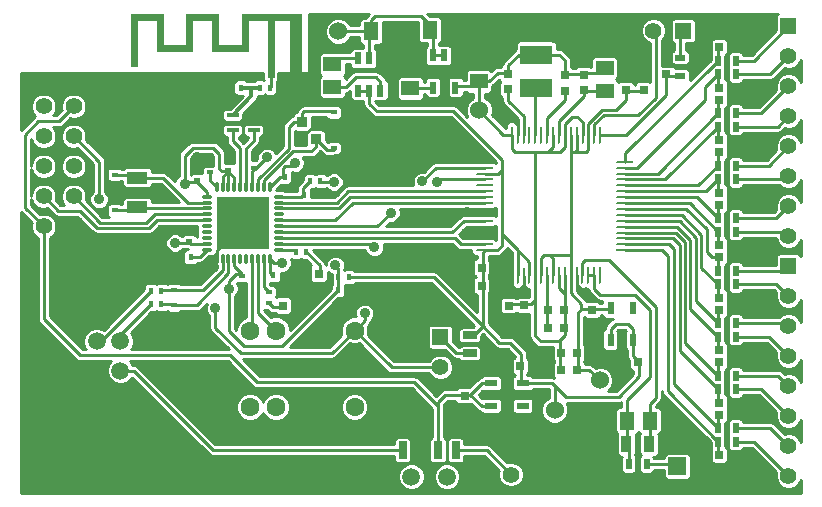
<source format=gtl>
%FSTAX23Y23*%
%MOIN*%
%SFA1B1*%

%IPPOS*%
%ADD11R,0.060000X0.009800*%
%ADD12O,0.060000X0.009800*%
%ADD13O,0.009800X0.060000*%
%ADD14R,0.035000X0.055000*%
%ADD15R,0.045000X0.025000*%
%ADD16R,0.023600X0.015700*%
%ADD17R,0.015700X0.023600*%
%ADD18R,0.055000X0.055000*%
%ADD19C,0.055000*%
%ADD20R,0.070866X0.039370*%
%ADD21R,0.033465X0.037402*%
%ADD22R,0.106000X0.063000*%
%ADD23R,0.059000X0.051200*%
%ADD24R,0.051200X0.059000*%
%ADD25R,0.039370X0.013780*%
%ADD26C,0.062992*%
%ADD27R,0.023622X0.041339*%
%ADD28R,0.043307X0.023622*%
%ADD29R,0.023622X0.043307*%
%ADD30R,0.019685X0.035433*%
%ADD31R,0.035433X0.019685*%
%ADD32R,0.027559X0.031496*%
%ADD33R,0.031496X0.027559*%
%ADD34R,0.059055X0.059055*%
%ADD35C,0.060000*%
%ADD36C,0.059055*%
%ADD37C,0.110236*%
%ADD38R,0.027559X0.059055*%
%ADD39R,0.031496X0.031496*%
%ADD40R,0.023622X0.017717*%
%ADD41R,0.017717X0.023622*%
%ADD42O,0.011024X0.039370*%
%ADD43O,0.039370X0.011024*%
%ADD44R,0.177165X0.177165*%
%ADD45R,0.019685X0.019685*%
%ADD53C,0.035000*%
%ADD54C,0.020000*%
%ADD55C,0.010000*%
%ADD56C,0.013780*%
%ADD57C,0.001000*%
%LNeeg_v2-f_cu-1*%
%LPD*%
G54D11*
X12423Y-0633D03*
G54D12*
X12423Y-0631D03*
Y-0629D03*
Y-06271D03*
Y-06251D03*
Y-06231D03*
Y-06212D03*
Y-06192D03*
Y-06172D03*
Y-06152D03*
Y-06133D03*
Y-06113D03*
Y-06093D03*
Y-06074D03*
Y-06054D03*
Y-06034D03*
G54D13*
X1234Y-05945D03*
X1232D03*
X123D03*
X12281D03*
X12261D03*
X12241D03*
X12222D03*
X12202D03*
X12182D03*
X12162D03*
X12143D03*
X12123D03*
X12103D03*
X12084D03*
X12064D03*
X12044D03*
G54D12*
X11955Y-06034D03*
Y-06054D03*
Y-06074D03*
Y-06093D03*
Y-06113D03*
Y-06133D03*
Y-06152D03*
Y-06172D03*
Y-06192D03*
Y-06212D03*
Y-06231D03*
Y-06251D03*
Y-06271D03*
Y-0629D03*
Y-0631D03*
Y-0633D03*
G54D13*
X12044Y-06413D03*
X12064D03*
X12103D03*
X12084Y-06414D03*
X12123Y-06413D03*
X12143D03*
X12162D03*
X12182D03*
X12202D03*
X12222D03*
X12241D03*
X12261D03*
X1228D03*
X123D03*
X1232D03*
X12339D03*
G54D14*
X12502Y-06975D03*
X12427D03*
G54D15*
X11905Y-06612D03*
Y-06672D03*
G54D16*
X1104Y-0607D03*
Y-06034D03*
G54D17*
X10842Y-06465D03*
X10877D03*
X10842Y-0651D03*
X10877D03*
X11372Y-061D03*
X11407D03*
G54D16*
X11235Y-06505D03*
Y-06469D03*
G54D17*
X1136Y-06335D03*
X11324D03*
X11467Y-0642D03*
X11502D03*
X11204Y-05787D03*
X1124D03*
G54D18*
X12967Y-06382D03*
G54D19*
X12967Y-06482D03*
Y-06582D03*
Y-06682D03*
Y-06782D03*
Y-06882D03*
Y-06982D03*
Y-07082D03*
G54D18*
X12967Y-05582D03*
G54D19*
X12967Y-05682D03*
Y-05782D03*
Y-05882D03*
Y-05982D03*
Y-06082D03*
Y-06182D03*
Y-06282D03*
X10585Y-0605D03*
Y-0595D03*
X10485Y-0605D03*
Y-0625D03*
G54D18*
X10585Y-0625D03*
G54D19*
X10485Y-0615D03*
X10585D03*
X10485Y-0595D03*
Y-0585D03*
X10585D03*
G54D18*
X12142Y-07077D03*
G54D19*
X12042Y-07077D03*
G54D18*
X11807Y-0662D03*
G54D19*
X11807Y-0672D03*
G54D20*
X10797Y-06186D03*
Y-06088D03*
G54D21*
X11347Y-05901D03*
Y-05958D03*
X11392Y-05901D03*
Y-05958D03*
G54D22*
X12127Y-05787D03*
Y-05677D03*
G54D23*
X11446Y-05785D03*
Y-0571D03*
G54D24*
X11576Y-056D03*
X11651D03*
X11772Y-05595D03*
X11847D03*
G54D23*
X11935Y-05766D03*
Y-05691D03*
X11707Y-0579D03*
Y-05715D03*
G54D24*
X12505Y-06897D03*
X1243D03*
G54D23*
X12355Y-05797D03*
Y-05722D03*
G54D25*
X11114Y-05879D03*
Y-05905D03*
Y-0593D03*
X11185D03*
Y-05905D03*
Y-05879D03*
G54D26*
X11173Y-06597D03*
X10996D03*
Y-06852D03*
X11173D03*
X11258D03*
X11436D03*
Y-06597D03*
X11258D03*
X11521Y-06852D03*
X11698D03*
Y-06597D03*
X11521D03*
G54D27*
X11533Y-05797D03*
X1157D03*
X11607D03*
Y-0569D03*
X1157D03*
X11533D03*
G54D28*
X12081Y-06848D03*
Y-06773D03*
X11975D03*
Y-0681D03*
Y-06848D03*
G54D29*
X12448Y-06521D03*
X12374D03*
Y-06627D03*
X12411D03*
X12448D03*
G54D27*
X11783Y-05787D03*
X11857D03*
Y-0568D03*
X1182D03*
X11783D03*
G54D30*
X12732Y-06922D03*
X12792D03*
X12732Y-06967D03*
X12792D03*
X12732Y-06747D03*
X12792D03*
X12732Y-06792D03*
X12792D03*
X12732Y-06092D03*
X12792D03*
X12732Y-06047D03*
X12792D03*
X12732Y-06442D03*
X12792D03*
X12732Y-05697D03*
X12792D03*
X12732Y-05742D03*
X12792D03*
G54D31*
X12607Y-05687D03*
Y-05747D03*
G54D30*
X12494Y-07042D03*
X12435D03*
X12732Y-05872D03*
X12792D03*
X12732Y-05917D03*
X12792D03*
X12732Y-06397D03*
X12792D03*
X12732Y-06222D03*
X12792D03*
X12732Y-06267D03*
X12792D03*
X12732Y-06617D03*
X12792D03*
X12732Y-06572D03*
X12792D03*
G54D32*
X12736Y-06662D03*
X12788D03*
X12736Y-06527D03*
X12788D03*
X12736Y-06487D03*
X12788D03*
X12736Y-06352D03*
X12788D03*
X12736Y-06702D03*
X12788D03*
X12736Y-06837D03*
X12788D03*
X12736Y-06312D03*
X12788D03*
X12736Y-06177D03*
X12788D03*
X12736Y-06877D03*
X12788D03*
X12736Y-07012D03*
X12788D03*
X12736Y-06137D03*
X12788D03*
X12736Y-06002D03*
X12788D03*
X12736Y-05787D03*
X12788D03*
X12736Y-05827D03*
X12788D03*
G54D33*
X1256Y-05743D03*
Y-05691D03*
G54D32*
X12736Y-05962D03*
X12788D03*
G54D34*
X12597Y-0705D03*
G54D18*
X12617Y-05597D03*
G54D19*
X12517Y-05597D03*
G54D32*
X12736Y-05652D03*
X12788D03*
G54D35*
X12188Y-06862D03*
X12338Y-06763D03*
X11466Y-056D03*
X11937Y-05862D03*
G54D36*
X1074Y-06731D03*
Y-06633D03*
X10661D03*
Y-06731D03*
G54D37*
X10555Y-06445D03*
Y-06919D03*
G54D36*
X11829Y-07085D03*
X1171D03*
G54D38*
X11681Y-06996D03*
X11799D03*
X11858D03*
G54D39*
X11282Y-06514D03*
Y-06455D03*
X11402Y-06407D03*
X11342D03*
G54D33*
X12285Y-05795D03*
Y-05744D03*
X12312Y-06529D03*
Y-0658D03*
X12035Y-06514D03*
Y-06565D03*
X12086Y-06513D03*
Y-06564D03*
X12222Y-05798D03*
Y-05746D03*
G54D32*
X12166Y-06587D03*
X12218D03*
X12166Y-06527D03*
X12218D03*
G54D33*
X12032Y-05793D03*
Y-05741D03*
X12485Y-05795D03*
Y-05744D03*
X12425Y-05795D03*
Y-05744D03*
G54D32*
X11944Y-06447D03*
X11893D03*
X11944Y-06387D03*
X11893D03*
X12073Y-06715D03*
X12022D03*
X12261Y-06728D03*
X1221D03*
X12261Y-06673D03*
X1221D03*
G54D33*
X11888Y-06815D03*
Y-06866D03*
G54D32*
X12466Y-06702D03*
X12415D03*
G54D40*
X10997Y-06096D03*
Y-06063D03*
G54D41*
X1125Y-06412D03*
X11284D03*
G54D40*
X111Y-06061D03*
Y-06028D03*
X11147Y-06415D03*
Y-06449D03*
G54D41*
X11465Y-06462D03*
X11499D03*
G54D40*
X11185Y-06054D03*
Y-0602D03*
G54D41*
X11288Y-06085D03*
X11321D03*
X11141Y-05787D03*
X11108D03*
X10974Y-06352D03*
X1094D03*
X11353Y-06145D03*
X11386D03*
G54D40*
X1092Y-06428D03*
Y-06461D03*
Y-06513D03*
Y-06546D03*
X1097Y-06299D03*
Y-06265D03*
X10722Y-06196D03*
Y-06163D03*
Y-06078D03*
Y-06111D03*
X11452Y-0587D03*
Y-05904D03*
Y-05989D03*
Y-05955D03*
G54D42*
X11061Y-0636D03*
X11081D03*
X111D03*
X1112D03*
X1114D03*
X11159D03*
X11179D03*
X11199D03*
X11218D03*
X11238D03*
G54D43*
X1127Y-06328D03*
Y-06308D03*
Y-06289D03*
Y-06269D03*
Y-06249D03*
Y-0623D03*
Y-0621D03*
Y-0619D03*
Y-06171D03*
Y-06151D03*
G54D42*
X11238Y-06119D03*
X11218D03*
X11199D03*
X11179D03*
X11159D03*
X1114D03*
X1112D03*
X111D03*
X11081D03*
X11061D03*
G54D43*
X11029Y-06151D03*
Y-06171D03*
Y-0619D03*
Y-0621D03*
Y-0623D03*
Y-06249D03*
Y-06269D03*
Y-06289D03*
Y-06308D03*
Y-06328D03*
G54D44*
X1115Y-0624D03*
G54D45*
X11242Y-05745D03*
G54D31*
X11324Y-05745D03*
G54D53*
X11642Y-06205D03*
X11747Y-061D03*
X11587Y-0632D03*
X11795Y-06102D03*
X11452D03*
X11555Y-0654D03*
X11057Y-06522D03*
X1067Y-0616D03*
X10955Y-06107D03*
X11457Y-0638D03*
X11322Y-0604D03*
X1123Y-0602D03*
X1128Y-06372D03*
X11102Y-06457D03*
X10922Y-06305D03*
G54D54*
X10655Y-0653D03*
X10715Y-06435D03*
X1068Y-06385D03*
X10752Y-06365D03*
X10765Y-06452D03*
X1084Y-064D03*
X10802Y-06342D03*
X10735Y-06297D03*
X10655Y-06332D03*
X12242Y-07107D03*
X12342D03*
X12442D03*
X12542D03*
X12642D03*
X12742D03*
X12842D03*
X10942Y-05807D03*
G54D53*
X10842Y-05807D03*
G54D54*
X10892Y-05857D03*
X10742Y-05807D03*
X10792Y-05857D03*
X10692Y-05957D03*
Y-05857D03*
X10742Y-05907D03*
X10792Y-05957D03*
X10892D03*
X10942Y-05907D03*
X10842D03*
X11842Y-05957D03*
X10892Y-05757D03*
X10792D03*
X10692D03*
X10592D03*
X10492D03*
X10442Y-05807D03*
X10992Y-05757D03*
X11792Y-05907D03*
X11692D03*
X11592D03*
X11542Y-05957D03*
X11592Y-06007D03*
X11542Y-06057D03*
X11642D03*
X11792Y-06007D03*
X11742Y-05957D03*
X11642D03*
X11692Y-06007D03*
X10742Y-07107D03*
X10842D03*
X10942D03*
X11042D03*
X11142D03*
X11242D03*
X11342D03*
X11442D03*
X11542D03*
X11642D03*
X10642D03*
X10542D03*
X10442Y-07057D03*
Y-06957D03*
Y-06857D03*
Y-06357D03*
Y-06757D03*
Y-06657D03*
Y-06557D03*
Y-06457D03*
X12442Y-05607D03*
X12342D03*
X12242D03*
X12142D03*
X12042D03*
X11942D03*
X11692Y-06357D03*
X11792Y-06332D03*
X11592Y-06482D03*
X11667Y-06507D03*
X11242Y-05832D03*
X11292Y-05857D03*
X11367Y-05782D03*
X11292Y-05807D03*
X1109Y-06299D03*
Y-06259D03*
Y-0622D03*
Y-0618D03*
X1113D03*
Y-0622D03*
Y-06259D03*
Y-06299D03*
X11169D03*
Y-06259D03*
Y-0622D03*
Y-0618D03*
X11209D03*
Y-0622D03*
Y-06259D03*
Y-06299D03*
G54D53*
X11017Y-05867D03*
X11677Y-0566D03*
X11495Y-05955D03*
X11367Y-06052D03*
X10727Y-06015D03*
X11968Y-06893D03*
X12409Y-06755D03*
X12291Y-06476D03*
X12142Y-06995D03*
X12011Y-06452D03*
X11893Y-06271D03*
X11895Y-06202D03*
X11889Y-06023D03*
X12031Y-05881D03*
X12425Y-05688D03*
X1256Y-0565D03*
X1283Y-05652D03*
Y-05807D03*
Y-05982D03*
Y-06157D03*
Y-06332D03*
Y-06682D03*
Y-06507D03*
Y-07015D03*
Y-06857D03*
X1185Y-06387D03*
X11342Y-06452D03*
X1122Y-0597D03*
X11085Y-05975D03*
X11055Y-05787D03*
X11507Y-061D03*
X11147Y-06502D03*
X10585Y-0635D03*
X10707Y-0695D03*
X10877Y-06307D03*
X10997Y-06017D03*
X11324Y-05745D03*
X11242Y-05877D03*
G54D55*
X12241Y-06473D02*
Y-06413D01*
X12303Y-06728D02*
X12338Y-06763D01*
X12173Y-06346D02*
X12241D01*
X12143Y-06413D02*
Y-06356D01*
X12182Y-06355D02*
Y-06413D01*
X12173Y-06346D02*
X12182Y-06355D01*
X12153Y-06346D02*
X12173D01*
X12143Y-06356D02*
X12153Y-06346D01*
X123Y-05945D02*
Y-05907D01*
X12346Y-05862D01*
X12251Y-06003D02*
X12291D01*
X123Y-05994D02*
Y-05945D01*
X12291Y-06003D02*
X123Y-05994D01*
X12241Y-06003D02*
X12251D01*
X12261Y-05994D02*
Y-05945D01*
X12251Y-06003D02*
X12261Y-05994D01*
X12241Y-05945D02*
Y-06003D01*
Y-06346D01*
Y-06413D01*
X12241Y-06413D01*
X1237Y-06525D02*
X12374Y-06521D01*
X12277Y-06509D02*
X12241Y-06473D01*
X12346Y-05862D02*
X12393D01*
X12277Y-06525D02*
Y-06509D01*
X12393Y-05862D02*
X12425Y-0583D01*
X12265Y-06537D02*
X12277Y-06525D01*
X12425Y-0583D02*
Y-05799D01*
X12485D01*
X12265Y-06728D02*
X12303D01*
X12265D02*
Y-06673D01*
Y-06537D01*
X12277Y-06525D02*
X12312D01*
X1237D01*
X11905Y-06612D02*
X11918D01*
X11948Y-06582D01*
X11785Y-0642D01*
X11502D01*
X12188Y-06862D02*
Y-06783D01*
X11948Y-06582D02*
Y-06582D01*
X12003Y-06637D02*
X11948Y-06582D01*
X12039Y-06637D02*
X12003D01*
X12081Y-06773D02*
X12178D01*
X12188Y-06783D01*
X12224Y-06818D01*
X11948Y-06336D02*
X11955Y-0633D01*
X12064Y-06413D02*
Y-06328D01*
X12055Y-06318D01*
X12103Y-06413D02*
Y-06367D01*
X12055Y-06318D01*
X12011Y-06275D01*
Y-06059D02*
Y-06275D01*
Y-06314D01*
X11996Y-0633D02*
X11955D01*
X12011Y-06314D02*
X11996Y-0633D01*
X11955Y-06074D02*
X12D01*
X1157Y-05842D02*
Y-05797D01*
X11594Y-05866D02*
X1157Y-05842D01*
X1185Y-05866D02*
X11594D01*
X12011Y-06027D02*
X1185Y-05866D01*
X12011Y-06062D02*
Y-06059D01*
Y-06027D01*
X12Y-06074D02*
X12011Y-06062D01*
X12374Y-06627D02*
Y-06592D01*
X12448D02*
Y-06627D01*
X12431Y-06574D02*
X12448Y-06592D01*
X12391Y-06574D02*
X12431D01*
X12374Y-06592D02*
X12391Y-06574D01*
X1157Y-05797D02*
X11533D01*
X12077Y-06769D02*
X12081Y-06773D01*
X12077Y-06676D02*
X12039Y-06637D01*
X12224Y-06818D02*
X12401D01*
X1247Y-06749D01*
X11948Y-06387D02*
Y-06336D01*
Y-06387D02*
Y-06447D01*
Y-06582D02*
Y-06447D01*
X1247Y-06749D02*
Y-06702D01*
X12448Y-06681D02*
Y-06627D01*
X1247Y-06702D02*
X12448Y-06681D01*
X12077Y-06715D02*
Y-06676D01*
Y-06715D02*
Y-06769D01*
X12206Y-06673D02*
Y-06728D01*
Y-06673D02*
Y-06628D01*
X122Y-06633D02*
X12206Y-06628D01*
X12222Y-06612D01*
X12141Y-06633D02*
X122D01*
X12123Y-06615D02*
X12141Y-06633D01*
X12123Y-06494D02*
Y-06615D01*
X12108Y-06509D02*
X12123Y-06494D01*
X12222Y-06612D02*
Y-06587D01*
X12086Y-06509D02*
X12108D01*
X11935Y-05766D02*
X11969D01*
X11998Y-05737D01*
X12123Y-06413D02*
Y-06494D01*
Y-06413D02*
Y-06003D01*
X12202Y-06413D02*
Y-06454D01*
X12222Y-06474D01*
Y-06413D01*
X12222Y-06413D01*
Y-05945D02*
Y-05907D01*
X12281Y-05903D02*
Y-05945D01*
X12263Y-05885D02*
X12281Y-05903D01*
X12244Y-05885D02*
X12263D01*
X12222Y-05907D02*
X12244Y-05885D01*
X12165Y-06003D02*
X12204D01*
X12222Y-05986D02*
Y-05945D01*
X12204Y-06003D02*
X12222Y-05986D01*
X12044Y-05945D02*
Y-05991D01*
X12182Y-05986D02*
Y-05945D01*
X12165Y-06003D02*
X12182Y-05986D01*
X12057Y-06003D02*
X12123D01*
X12165D01*
X12044Y-05991D02*
X12057Y-06003D01*
X11935Y-05766D02*
Y-05862D01*
X12044Y-05944D02*
X12044Y-05945D01*
X12017Y-05944D02*
X12044D01*
X11935Y-05862D02*
X12017Y-05944D01*
X12337Y-0574D02*
X12355Y-05722D01*
X12127Y-05677D02*
X12203D01*
X12222Y-05696D01*
X12068Y-05677D02*
X12127D01*
X11857Y-05787D02*
X11862Y-05782D01*
X11919D02*
X11935Y-05766D01*
X11862Y-05782D02*
X11919D01*
X12032Y-05713D02*
X12068Y-05677D01*
X11998Y-05737D02*
X12032D01*
Y-05713D01*
X12285Y-0574D02*
X12337D01*
X12282Y-05742D02*
X12285Y-0574D01*
X12222Y-05742D02*
X12282D01*
X12222Y-05696D02*
Y-05742D01*
X12086Y-06509D02*
X12035D01*
X12035Y-0651D01*
X12222Y-06527D02*
Y-06474D01*
Y-06527D02*
Y-06587D01*
X12792Y-05742D02*
X12907D01*
X12967Y-05682D01*
X12792Y-05697D02*
X12852D01*
X12967Y-05582D01*
X12792Y-05917D02*
X12932D01*
X12967Y-05882D01*
X12792Y-05872D02*
X12877D01*
X12967Y-05782D01*
X12792Y-06092D02*
X12957D01*
X12967Y-06082D01*
X12792Y-06047D02*
X12902D01*
X12967Y-05982D01*
X12792Y-06267D02*
X12952D01*
X12967Y-06282D01*
X12792Y-06222D02*
X12927D01*
X12967Y-06182D01*
X12792Y-06442D02*
X12927D01*
X12967Y-06482D01*
X12792Y-06397D02*
X12952D01*
X12967Y-06382D01*
X12792Y-06617D02*
X12902D01*
X12967Y-06682D01*
X12792Y-06572D02*
X12957D01*
X12967Y-06582D01*
X12792Y-06792D02*
X12877D01*
X12967Y-06882D01*
X12792Y-06747D02*
X12932D01*
X12967Y-06782D01*
X12792Y-06967D02*
X12852D01*
X12967Y-07082D01*
X12792Y-06922D02*
X12907D01*
X12967Y-06982D01*
X12494Y-07042D02*
X1259D01*
X12597Y-0705D01*
X1228Y-06413D02*
Y-06371D01*
X12505Y-06842D02*
Y-06897D01*
X12525Y-06822D02*
X12505Y-06842D01*
X12525Y-06517D02*
Y-06822D01*
X1237Y-06362D02*
X12525Y-06517D01*
X1229Y-06362D02*
X1237D01*
X1228Y-06371D02*
X1229Y-06362D01*
X12505Y-06897D02*
Y-06972D01*
X12502Y-06975D01*
X12435Y-07042D02*
Y-06982D01*
X12427Y-06975D01*
X1243Y-06897D02*
Y-06972D01*
X12427Y-06975D01*
X1232Y-06413D02*
Y-06457D01*
X1243Y-0683D02*
Y-06897D01*
X12507Y-06752D02*
X1243Y-0683D01*
X12507Y-06527D02*
Y-06752D01*
X12457Y-06477D02*
X12507Y-06527D01*
X1234Y-06477D02*
X12457D01*
X1232Y-06457D02*
X1234Y-06477D01*
X123Y-06413D02*
X1232D01*
X11955Y-06152D02*
X11507D01*
X11469Y-0619D02*
X1127D01*
X11507Y-06152D02*
X11469Y-0619D01*
X11955Y-06054D02*
X11793D01*
X11597Y-06249D02*
X1127D01*
X11642Y-06205D02*
X11597Y-06249D01*
X11793Y-06054D02*
X11747Y-061D01*
X11955Y-06231D02*
X11885D01*
X11847Y-06269D02*
X1127D01*
X11885Y-06231D02*
X11847Y-06269D01*
X11955Y-0631D02*
X11875D01*
X11854Y-06289D02*
X1127D01*
X11875Y-0631D02*
X11854Y-06289D01*
X11955Y-06093D02*
X11803D01*
X11576Y-06308D02*
X1127D01*
X11587Y-0632D02*
X11576Y-06308D01*
X11803Y-06093D02*
X11795Y-06102D01*
X12607Y-05687D02*
Y-05607D01*
X12617Y-05597D01*
X1232Y-05945D02*
Y-0591D01*
X12525Y-05605D02*
X12517Y-05597D01*
X12525Y-05822D02*
Y-05605D01*
X12467Y-0588D02*
X12525Y-05822D01*
X12351Y-0588D02*
X12467D01*
X1232Y-0591D02*
X12351Y-0588D01*
X11955Y-06133D02*
X11499D01*
X11461Y-06171D02*
X1127D01*
X11499Y-06133D02*
X11461Y-06171D01*
X12123Y-05945D02*
Y-05791D01*
X12127Y-05787D01*
X12032Y-05831D02*
Y-05797D01*
X12084Y-05883D02*
X12032Y-05831D01*
X12084Y-05945D02*
Y-05883D01*
X12162Y-06587D02*
Y-06527D01*
Y-06413D02*
Y-06527D01*
X12222Y-05828D02*
Y-05802D01*
X12162Y-05888D02*
X12222Y-05828D01*
X12162Y-05945D02*
Y-05888D01*
X12285Y-05799D02*
X12352D01*
X12285Y-05815D02*
Y-05799D01*
X12202Y-05898D02*
X12285Y-05815D01*
X12352Y-05799D02*
X12355Y-05797D01*
X12202Y-05945D02*
Y-05898D01*
X12042Y-07077D02*
X11961Y-06996D01*
X11858D01*
X1124Y-05787D02*
X11242Y-05785D01*
Y-05745D01*
X10585Y-0615D02*
X10672Y-06237D01*
X10854Y-0621D02*
X11029D01*
X10827Y-06237D02*
X10854Y-0621D01*
X10672Y-06237D02*
X10827D01*
X11029Y-0623D02*
X10862D01*
X10532Y-06197D02*
X10485Y-0615D01*
X10605Y-06197D02*
X10532D01*
X10662Y-06255D02*
X10605Y-06197D01*
X10837Y-06255D02*
X10662D01*
X10862Y-0623D02*
X10837Y-06255D01*
X11218Y-0636D02*
Y-06453D01*
X11235Y-06469D01*
X1127Y-06328D02*
X11318D01*
X11324Y-06335D01*
X11348Y-06145D02*
Y-06123D01*
X11372Y-061D01*
X1127Y-06151D02*
X11341D01*
X11348Y-06145D01*
X11521Y-06597D02*
X11644Y-0672D01*
X11807D01*
X11521Y-06597D02*
X11555Y-06563D01*
X1141Y-06102D02*
X11407Y-061D01*
X11452Y-06102D02*
X1141D01*
X11555Y-06563D02*
Y-0654D01*
X10585Y-0595D02*
X1067Y-06035D01*
X11445Y-06672D02*
X11521Y-06597D01*
X11142Y-06672D02*
X11445D01*
X11057Y-06587D02*
X11142Y-06672D01*
X11057Y-06522D02*
Y-06587D01*
X1067Y-06035D02*
Y-0616D01*
X1114Y-06119D02*
Y-0599D01*
X11114Y-05964D02*
Y-0593D01*
X1114Y-0599D02*
X11114Y-05964D01*
X11159Y-06119D02*
Y-0599D01*
X11185Y-05931D02*
X11185Y-0593D01*
X11185Y-05965D02*
Y-05931D01*
X11159Y-0599D02*
X11185Y-05965D01*
X11955Y-06172D02*
X11514D01*
X11457Y-0623D02*
X1127D01*
X11514Y-06172D02*
X11457Y-0623D01*
X11179Y-0636D02*
Y-06591D01*
X11173Y-06597D01*
X11199Y-0636D02*
Y-06537D01*
X11258Y-06597D01*
G54D56*
X11114Y-05879D02*
X11177Y-05816D01*
Y-05787D01*
X11199D02*
X11177D01*
X11146D01*
G54D55*
X10842Y-0651D02*
X1074Y-06611D01*
Y-06633D01*
X111Y-0636D02*
Y-06406D01*
X10994Y-06513D02*
X1092D01*
X111Y-06406D02*
X10994Y-06513D01*
X10877Y-0651D02*
X10916D01*
X1092Y-06513D01*
X10842Y-06465D02*
X10674Y-06633D01*
X10661D01*
X1092Y-06461D02*
X1088D01*
X10877Y-06465D01*
X1092Y-06461D02*
X11015D01*
X11081Y-06396D02*
Y-0636D01*
X11015Y-06461D02*
X11081Y-06396D01*
X11465Y-06462D02*
Y-06421D01*
X11467Y-0642D01*
X11102Y-06457D02*
Y-066D01*
X11278Y-0665D02*
X11465Y-06462D01*
X11152Y-0665D02*
X11278D01*
X11102Y-066D02*
X11152Y-0665D01*
X11465Y-06387D02*
Y-06412D01*
X11457Y-0638D02*
X11465Y-06387D01*
X11283Y-06056D02*
Y-06085D01*
X1129Y-0605D02*
X11283Y-06056D01*
X11312Y-0605D02*
X1129D01*
X11322Y-0604D02*
X11312Y-0605D01*
X11185Y-06059D02*
X1119D01*
X1123Y-0602D01*
X11238Y-0636D02*
X11251Y-06372D01*
X1128D01*
X11238Y-06119D02*
X11273Y-06085D01*
X11283D01*
X11124Y-0641D02*
X11147D01*
X11102Y-06457D02*
Y-06432D01*
X11124Y-0641D01*
X1112Y-0636D02*
Y-06383D01*
X11147Y-0641D01*
X111Y-06066D02*
X11079D01*
X1107Y-06057D01*
Y-06007D01*
X1105Y-05987D01*
X10982D01*
X10955Y-06015D01*
Y-06107D01*
X1097Y-06304D02*
X10923D01*
X10922Y-06305D01*
X1096Y-06101D02*
X10997D01*
X10955Y-06107D02*
X1096Y-06101D01*
X11029Y-06151D02*
Y-06134D01*
X10997Y-06101D01*
X11081Y-06119D02*
Y-06085D01*
X111Y-06066D01*
X111Y-06119D02*
Y-06067D01*
X111Y-06066D01*
X1112Y-06119D02*
Y-06087D01*
X111Y-06066D01*
X11179Y-06119D02*
Y-06064D01*
X11185Y-06059D01*
X11238Y-0636D02*
Y-06405D01*
X11245Y-06412D01*
X11029Y-06308D02*
X10974D01*
X1097Y-06304D01*
X10722Y-06196D02*
X10787D01*
X10797Y-06186D01*
X11029Y-0619D02*
X10801D01*
X10797Y-06186D01*
X10722Y-06078D02*
X10787D01*
X10797Y-06088D01*
X11029Y-06171D02*
X10966D01*
X10883Y-06088D02*
X10797D01*
X10966Y-06171D02*
X10883Y-06088D01*
X11315Y-06D02*
X11377D01*
X11392Y-05985D02*
Y-05958D01*
X11377Y-06D02*
X11392Y-05985D01*
X11452Y-05994D02*
X11428D01*
X11392Y-05958D01*
X11218Y-06119D02*
Y-06096D01*
X11315Y-06D01*
X11313Y-06001D01*
X11301Y-05991D02*
Y-05918D01*
X11318Y-05901D02*
X11347D01*
X11301Y-05918D02*
X11318Y-05901D01*
X11452Y-05865D02*
X11353D01*
X11347Y-05871D01*
Y-05901D01*
X11199Y-06119D02*
Y-06093D01*
X11301Y-05991D01*
X11302Y-0599D01*
X11788Y-05595D02*
X11742Y-0555D01*
X11576Y-05563D02*
Y-056D01*
X1159Y-0555D02*
X11576Y-05563D01*
X11742Y-0555D02*
X1159D01*
X11576Y-056D02*
X11466D01*
X1157Y-0569D02*
Y-05606D01*
X11576Y-056D01*
X11783Y-0568D02*
X1182D01*
X11783D02*
Y-056D01*
X11788Y-05595D01*
X1074Y-06731D02*
X10784D01*
X11048Y-06996D02*
X11681D01*
X10784Y-06731D02*
X11048Y-06996D01*
X10585Y-0635D02*
X10602Y-06332D01*
X10715Y-0647D02*
X10655Y-0653D01*
X10715Y-06435D02*
Y-0647D01*
X107Y-06365D02*
X1068Y-06385D01*
X10752Y-06365D02*
X107D01*
X10817Y-064D02*
X10765Y-06452D01*
X1084Y-064D02*
X10817D01*
X10757Y-06297D02*
X10802Y-06342D01*
X10735Y-06297D02*
X10757D01*
X10602Y-06332D02*
X10655D01*
X12842Y-07027D02*
Y-07107D01*
X1283Y-07015D02*
X12842Y-07027D01*
X12342Y-07107D02*
X12242D01*
X12442D02*
X12542D01*
X12642D02*
X12742D01*
X10992Y-05757D02*
X10942Y-05807D01*
X10842D02*
X10942D01*
X10892Y-05857D02*
X10792D01*
X10742Y-05807D01*
X10792Y-05857D02*
X10842Y-05907D01*
X10692Y-05857D02*
Y-05957D01*
X10792D02*
X10742Y-05907D01*
X10942D02*
X10892Y-05957D01*
X11055Y-05787D02*
X11025Y-05757D01*
X10892D02*
X10792D01*
X10692D02*
X10592D01*
X10492D02*
X10442Y-05807D01*
X11025Y-05757D02*
X10992D01*
X10555Y-06919D02*
X10492Y-06857D01*
X10442D01*
X11842Y-05976D02*
Y-05957D01*
X11889Y-06023D02*
X11842Y-05976D01*
X11792Y-05907D02*
X11842Y-05957D01*
X11692Y-05907D02*
X11592D01*
X11542Y-05957D02*
X11592Y-06007D01*
X11542Y-06057D02*
X11642D01*
X11792Y-06007D02*
X11742Y-05957D01*
X11642D02*
X11692Y-06007D01*
X10742Y-07107D02*
X10842D01*
X10942D02*
X11042D01*
X11142D02*
X11242D01*
X11342D02*
X11442D01*
X11542D02*
X11642D01*
X10642D02*
X10542D01*
X10442Y-06957D02*
Y-07057D01*
Y-06357D02*
Y-06457D01*
Y-06757D02*
Y-06857D01*
Y-06557D02*
Y-06657D01*
X12442Y-05607D02*
Y-05671D01*
X12425Y-05688D01*
X12342Y-05607D02*
X12242D01*
X12142D02*
X12042D01*
X11717Y-06332D02*
X11692Y-06357D01*
X11792Y-06332D02*
X11717D01*
X11617Y-06507D02*
X11592Y-06482D01*
X11667Y-06507D02*
X11617D01*
X11267Y-05857D02*
X11242Y-05832D01*
X11292Y-05857D02*
X11267D01*
X11342Y-05807D02*
X11367Y-05782D01*
X11292Y-05807D02*
X11342D01*
X1109Y-06299D02*
X1115Y-0624D01*
X1109Y-06259D02*
X1113D01*
X1115Y-0624D01*
X1109Y-0622D02*
X1113D01*
X1115Y-0624D01*
X1109Y-0618D02*
X1115Y-0624D01*
X1113Y-0622D02*
X1115Y-0624D01*
X1113Y-0622D02*
X1115Y-0624D01*
X1113Y-06259D02*
X1115Y-0624D01*
X1113Y-06259D02*
X1115Y-0624D01*
X11169Y-06259D02*
X1115Y-0624D01*
X11169Y-06259D02*
X1115Y-0624D01*
X11169Y-0622D02*
X1115Y-0624D01*
X11169Y-0622D02*
X1115Y-0624D01*
X11209Y-0618D02*
X1115Y-0624D01*
X11209Y-0622D02*
X11169D01*
X1115Y-0624D01*
X11209Y-06259D02*
X11169D01*
X1115Y-0624D01*
X11209Y-06299D02*
X1115Y-0624D01*
X11017Y-05907D02*
X11085Y-05975D01*
X11017Y-05867D02*
Y-05907D01*
X11651Y-056D02*
Y-05634D01*
X11677Y-0566D01*
X11707Y-05715D02*
Y-0569D01*
X11677Y-0566D01*
X11607Y-0569D02*
X11646D01*
X11677Y-0566D01*
X11452Y-05955D02*
X11494D01*
X11495Y-05955D01*
X11347Y-05958D02*
Y-05952D01*
X11392Y-05907D02*
Y-05901D01*
X11347Y-05952D02*
X11392Y-05907D01*
X11452Y-05955D02*
Y-05904D01*
X11392Y-05901D02*
X11449D01*
X11452Y-05904D01*
X11321Y-06085D02*
X11335D01*
X11367Y-06052D01*
X12035Y-06565D02*
X12015D01*
X1199Y-06474D02*
X12011Y-06452D01*
X1199Y-0654D02*
Y-06474D01*
X12015Y-06565D02*
X1199Y-0654D01*
X10722Y-06163D02*
Y-06111D01*
X10699D01*
X10695Y-06047D02*
X10727Y-06015D01*
X10695Y-06107D02*
Y-06047D01*
X10699Y-06111D02*
X10695Y-06107D01*
X11499Y-06462D02*
Y-06533D01*
X11436Y-06597D01*
X12018Y-06798D02*
Y-06715D01*
Y-06867D02*
Y-06798D01*
X12006Y-0681D02*
X12018Y-06798D01*
X12003Y-06881D02*
X12018Y-06867D01*
X11968Y-06881D02*
X12003D01*
X11968D02*
Y-06893D01*
X11937Y-06881D02*
X11968D01*
X11925Y-0687D02*
X11937Y-06881D01*
X12411Y-06702D02*
Y-06754D01*
X12332Y-06702D02*
X12411D01*
Y-06754D02*
X12409Y-06755D01*
X12261Y-06446D02*
X12291Y-06476D01*
X11912Y-0629D02*
X11893Y-06271D01*
X11914Y-06251D02*
X11893Y-06271D01*
X11894Y-06271D01*
X11904Y-06212D02*
X11895Y-06202D01*
X11905Y-06192D02*
X11895Y-06202D01*
X119Y-06034D02*
X11889Y-06023D01*
X12055Y-05885D02*
X12035D01*
X12031Y-05881D01*
X12064Y-05895D02*
X12055Y-05885D01*
X1281Y-05827D02*
X1283Y-05807D01*
X1281Y-05787D01*
Y-06002D02*
X1283Y-05982D01*
X1281Y-05962D01*
Y-06177D02*
X1283Y-06157D01*
X1281Y-06137D01*
Y-06352D02*
X1283Y-06332D01*
X1281Y-06312D01*
Y-06702D02*
X1283Y-06682D01*
X1281Y-06662D01*
Y-06527D02*
X1283Y-06507D01*
X1281Y-06487D01*
X1283Y-07015D02*
X12827Y-07012D01*
X1281Y-06877D02*
X1283Y-06857D01*
X1281Y-06837D01*
X12425Y-05689D02*
X12425Y-05688D01*
X12312Y-06584D02*
Y-06683D01*
X12332Y-06702D01*
X12086Y-06568D02*
X12035D01*
X12035Y-06569D01*
X12425Y-0574D02*
Y-05689D01*
Y-0574D02*
X12485D01*
X11893Y-06447D02*
Y-06387D01*
X11892Y-06387D01*
X1185D01*
X10877Y-06307D02*
X1092Y-0635D01*
Y-06373D01*
X1094Y-06352D02*
X1092Y-06373D01*
Y-06428D01*
X11061Y-0636D02*
X10993Y-06428D01*
X1092D01*
X10996Y-06597D02*
X1097D01*
X1092Y-06546D01*
X1097Y-06265D02*
X10919D01*
X10877Y-06307D01*
X11342Y-06407D02*
X11342Y-06407D01*
Y-06452D01*
X11342Y-06407D02*
X11337Y-06412D01*
X11284D01*
X11282Y-06455D02*
X11284Y-06453D01*
Y-06412D01*
X1256Y-05691D02*
Y-0565D01*
X11185Y-06015D02*
Y-06005D01*
X1122Y-0597D01*
X111Y-06023D02*
Y-0599D01*
X11085Y-05975D01*
X11103Y-05787D02*
X11055D01*
X11185Y-05905D02*
X11114D01*
X11185D02*
Y-05879D01*
X11462Y-06145D02*
X11391D01*
X11507Y-061D02*
X11462Y-06145D01*
X11147Y-06454D02*
Y-06502D01*
X12142Y-07077D02*
Y-06995D01*
X10661Y-06902D02*
X10572D01*
X10555Y-06919D01*
X10661Y-06731D02*
Y-06902D01*
Y-06904D01*
X10707Y-0695D02*
X10661Y-06904D01*
X10585Y-0625D02*
Y-0635D01*
Y-06415D01*
X10555Y-06445D01*
X11061Y-0636D02*
Y-06328D01*
X1115Y-0624D01*
X11015Y-0604D02*
Y-06035D01*
X10997Y-06017D01*
X12827Y-07012D02*
X12788D01*
Y-06877D02*
X1281D01*
Y-06837D02*
X12788D01*
Y-06702D02*
X1281D01*
Y-06662D02*
X12788D01*
Y-06527D02*
X1281D01*
Y-06487D02*
X12788D01*
Y-06352D02*
X1281D01*
Y-06312D02*
X12788D01*
Y-06177D02*
X1281D01*
Y-06137D02*
X12788D01*
Y-06002D02*
X1281D01*
Y-05962D02*
X12788D01*
Y-05827D02*
X1281D01*
X12788Y-05652D02*
X1283D01*
X1281Y-05787D02*
X12788D01*
X11185Y-05879D02*
X11187Y-05877D01*
X11242D02*
X11187D01*
X11955Y-06212D02*
X11904D01*
X11955Y-06192D02*
X11905D01*
X10997Y-06058D02*
X11015Y-0604D01*
X11021Y-06034D01*
X1104D01*
X12064Y-05945D02*
Y-05895D01*
X11955Y-06034D02*
X119D01*
X11955Y-0629D02*
X11912D01*
X11955Y-06251D02*
X11914D01*
X11955Y-06271D02*
X11894D01*
X12044Y-06413D02*
Y-06419D01*
X12011Y-06452D01*
X12084Y-06414D02*
Y-06459D01*
X12044Y-06458D02*
Y-06413D01*
X12055Y-06468D02*
X12044Y-06458D01*
X12074Y-06468D02*
X12055D01*
X12084Y-06459D02*
X12074Y-06468D01*
X12261Y-06413D02*
Y-06446D01*
X12411Y-06702D02*
Y-06628D01*
X12411Y-06627D01*
X11707Y-05715D02*
X11725Y-05733D01*
X11857Y-0572D02*
Y-0568D01*
X11845Y-05733D02*
X11857Y-0572D01*
X11725Y-05733D02*
X11845D01*
X11935Y-05691D02*
X11868D01*
X11857Y-0568D01*
Y-056D01*
X11863Y-05595D01*
X11975Y-0681D02*
X12006D01*
X11888Y-0687D02*
X11925D01*
X12423Y-06212D02*
X12612D01*
X12677Y-06387D02*
X12732Y-06442D01*
X12677Y-06277D02*
Y-06387D01*
X12612Y-06212D02*
X12677Y-06277D01*
X12732Y-06442D02*
Y-06483D01*
X12736Y-06487D01*
X11783Y-05787D02*
X11779Y-0579D01*
X11707D01*
X11607Y-05797D02*
Y-05767D01*
X11491Y-05785D02*
X11446D01*
X11525Y-05752D02*
X11491Y-05785D01*
X11592Y-05752D02*
X11525D01*
X11607Y-05767D02*
X11592Y-05752D01*
X11533Y-0569D02*
X11466D01*
X11446Y-0571D01*
X11807Y-0662D02*
X1186Y-06672D01*
X11905D01*
X1104Y-0607D02*
Y-06098D01*
X11061Y-06119D01*
X10979Y-06352D02*
X11006D01*
X11029Y-06328D01*
X11249Y-0652D02*
X11285D01*
X11235Y-06505D02*
X11249Y-0652D01*
X11405Y-06379D02*
Y-064D01*
X1136Y-06335D02*
X11405Y-06379D01*
X12423Y-06113D02*
X12666D01*
X12732Y-06047D01*
Y-06006D01*
X12736Y-06002D01*
X12423Y-06034D02*
Y-06006D01*
X12732Y-05697D01*
Y-05656D01*
X12736Y-05652D01*
X12423Y-06054D02*
X12463D01*
X1269Y-05785D02*
X12732Y-05742D01*
X1269Y-05827D02*
Y-05785D01*
X12463Y-06054D02*
X1269Y-05827D01*
X12732Y-05742D02*
Y-05783D01*
X12736Y-05787D01*
X12423Y-06133D02*
X12692D01*
X12732Y-06092D01*
Y-06133D01*
X12736Y-06137D01*
X12423Y-06074D02*
X12531D01*
X12732Y-05872D01*
Y-05831D01*
X12736Y-05827D01*
X12423Y-06093D02*
X12556D01*
X12732Y-05917D01*
Y-05958D01*
X12736Y-05962D01*
X12607Y-05747D02*
X12563D01*
X1256Y-05743D01*
X1234Y-05945D02*
X12427D01*
X1256Y-05812D02*
Y-05743D01*
X12427Y-05945D02*
X1256Y-05812D01*
X12732Y-06922D02*
X12585Y-06774D01*
X1257Y-0631D02*
X12423D01*
X12585Y-06325D02*
X1257Y-0631D01*
X12585Y-06774D02*
Y-06325D01*
X12732Y-06927D02*
Y-06886D01*
X12736Y-06882D01*
X12423Y-0633D02*
X12547D01*
X12565Y-06799D02*
X12732Y-06967D01*
X12565Y-06347D02*
Y-06799D01*
X12547Y-0633D02*
X12565Y-06347D01*
X12732Y-06972D02*
Y-07013D01*
X12736Y-07017D01*
X12423Y-06231D02*
X12604D01*
X1266Y-06499D02*
X12732Y-06572D01*
X1266Y-06287D02*
Y-06499D01*
X12604Y-06231D02*
X1266Y-06287D01*
X12732Y-06572D02*
Y-06531D01*
X12736Y-06527D01*
X12423Y-06251D02*
X12596D01*
X1264Y-06524D02*
X12732Y-06617D01*
X1264Y-06295D02*
Y-06524D01*
X12596Y-06251D02*
X1264Y-06295D01*
X12732Y-06617D02*
Y-06658D01*
X12736Y-06662D01*
X12732Y-06747D02*
X12622Y-06637D01*
X12591Y-06271D02*
X12423D01*
X12622Y-06302D02*
X12591Y-06271D01*
X12622Y-06637D02*
Y-06302D01*
X12732Y-06747D02*
Y-06706D01*
X12736Y-06702D01*
X12423Y-0629D02*
X12583D01*
X12605Y-06664D02*
X12732Y-06792D01*
X12605Y-06312D02*
Y-06664D01*
X12583Y-0629D02*
X12605Y-06312D01*
X12732Y-06792D02*
Y-06833D01*
X12736Y-06837D01*
X12423Y-06172D02*
X12638D01*
X12732Y-06267D01*
Y-06308D01*
X12736Y-06312D01*
X12423Y-06152D02*
X12663D01*
X12732Y-06222D01*
Y-06181D01*
X12736Y-06177D01*
X12423Y-06192D02*
X12627D01*
X12712Y-06352D02*
X12736D01*
X12695Y-06335D02*
X12712Y-06352D01*
X12695Y-0626D02*
Y-06335D01*
X12627Y-06192D02*
X12695Y-0626D01*
X12732Y-06397D02*
Y-06356D01*
X12736Y-06352D01*
X11823Y-06811D02*
X11888D01*
X11907D01*
X11945Y-06773D01*
X11888Y-06811D02*
X11907D01*
X11944Y-06848D01*
X11799Y-06835D02*
X11823Y-06811D01*
X11799Y-06849D02*
Y-06835D01*
X1172Y-0677D02*
X11799Y-06849D01*
X11197Y-0677D02*
X1172D01*
X11107Y-0668D02*
X11197Y-0677D01*
X10607Y-0668D02*
X11107D01*
X10485Y-06557D02*
X10607Y-0668D01*
X10485Y-0625D02*
Y-06557D01*
X11799Y-06996D02*
Y-06849D01*
X10585Y-0585D02*
X10535Y-059D01*
X10422Y-06187D02*
X10485Y-0625D01*
X10422Y-05945D02*
Y-06187D01*
X10467Y-059D02*
X10422Y-05945D01*
X10535Y-059D02*
X10467D01*
X11945Y-06773D02*
X11975D01*
X11944Y-06848D02*
X11975D01*
G36*
X1105Y-06047D02*
X11048D01*
X11025*
X11019Y-06049*
X11015Y-06053*
X11013Y-06059*
X11013Y-06065*
Y-06073*
X11012Y-06072*
X11006*
X10982*
X10977Y-06075*
X10975Y-06077*
Y-06023*
X1099Y-06007*
X11041*
X1105Y-06015*
Y-06047*
G37*
X11048D01*
X11025*
X11019Y-06049*
X11015Y-06053*
X11013Y-06059*
X11013Y-06065*
Y-06073*
X11012Y-06072*
X11006*
X10982*
X10977Y-06075*
X10975Y-06077*
Y-06023*
X1099Y-06007*
X11041*
X1105Y-06015*
Y-06047*
G36*
X11061Y-06339D02*
X1106Y-06345D01*
Y-06374*
X11061Y-06377*
Y-06388*
X11007Y-06441*
X10941*
X1094Y-0644*
X10934Y-06437*
X10928*
X10905*
X10899Y-0644*
X10898Y-06441*
X10895*
X10894Y-0644*
X10888Y-06438*
X10882Y-06438*
X10866*
X10861Y-0644*
X1086Y-06441*
X10858Y-0644*
X10853Y-06438*
X10847Y-06438*
X10831*
X10825Y-0644*
X10821Y-06444*
X10819Y-0645*
Y-06456*
Y-06459*
X10684Y-06594*
X1067Y-06588*
X10652*
X10636Y-06595*
X10623Y-06608*
X10617Y-06624*
Y-06642*
X10623Y-06658*
X10625Y-0666*
X10615*
X10505Y-06549*
Y-06287*
X10509Y-06286*
X10521Y-06274*
X10527Y-06258*
X10527Y-06241*
X10521Y-06225*
X10509Y-06213*
X10493Y-06207*
X10476Y-06207*
X10472Y-06209*
X10442Y-06179*
Y-06158*
X10448Y-06174*
X1046Y-06186*
X10476Y-06192*
X10493Y-06192*
X10497Y-0619*
X10518Y-06211*
X10522Y-06214*
X10524Y-06215*
X10532Y-06217*
X10596*
X10648Y-06269*
X10652Y-06272*
X10654Y-06273*
X10662Y-06274*
X10662Y-06275*
X10837*
X10845Y-06273*
X10851Y-06269*
X1087Y-0625*
X10994*
X10996Y-06257*
X10997Y-06259*
X10996Y-06261*
X10994Y-06269*
X10996Y-06277*
X10997Y-06279*
X10996Y-06281*
X10995Y-06284*
X10994Y-06281*
X1099Y-06277*
X10984Y-06275*
X10978*
X10955*
X10949Y-06277*
X10945Y-06281*
Y-06281*
X1094Y-06277*
X10928Y-06272*
X10916Y-06272*
X10904Y-06277*
X10894Y-06286*
X1089Y-06298*
X10889Y-06311*
X10894Y-06323*
X10904Y-06332*
X10916Y-06337*
X10928Y-06337*
X1094Y-06332*
X10949Y-06324*
X10962*
X10964Y-06325*
X10962*
X10956Y-06327*
X10952Y-06332*
X1095Y-06337*
Y-06343*
Y-06367*
X10952Y-06372*
X10956Y-06377*
X10962Y-06379*
X10968*
X10986*
X10991Y-06377*
X10995Y-06372*
X10995Y-06372*
X11006*
X11013Y-0637*
X1102Y-06366*
X11037Y-06349*
X11044*
X11052Y-06347*
X11059Y-06343*
X11061Y-06339*
G37*
X1106Y-06345D01*
Y-06374*
X11061Y-06377*
Y-06388*
X11007Y-06441*
X10941*
X1094Y-0644*
X10934Y-06437*
X10928*
X10905*
X10899Y-0644*
X10898Y-06441*
X10895*
X10894Y-0644*
X10888Y-06438*
X10882Y-06438*
X10866*
X10861Y-0644*
X1086Y-06441*
X10858Y-0644*
X10853Y-06438*
X10847Y-06438*
X10831*
X10825Y-0644*
X10821Y-06444*
X10819Y-0645*
Y-06456*
Y-06459*
X10684Y-06594*
X1067Y-06588*
X10652*
X10636Y-06595*
X10623Y-06608*
X10617Y-06624*
Y-06642*
X10623Y-06658*
X10625Y-0666*
X10615*
X10505Y-06549*
Y-06287*
X10509Y-06286*
X10521Y-06274*
X10527Y-06258*
X10527Y-06241*
X10521Y-06225*
X10509Y-06213*
X10493Y-06207*
X10476Y-06207*
X10472Y-06209*
X10442Y-06179*
Y-06158*
X10448Y-06174*
X1046Y-06186*
X10476Y-06192*
X10493Y-06192*
X10497Y-0619*
X10518Y-06211*
X10522Y-06214*
X10524Y-06215*
X10532Y-06217*
X10596*
X10648Y-06269*
X10652Y-06272*
X10654Y-06273*
X10662Y-06274*
X10662Y-06275*
X10837*
X10845Y-06273*
X10851Y-06269*
X1087Y-0625*
X10994*
X10996Y-06257*
X10997Y-06259*
X10996Y-06261*
X10994Y-06269*
X10996Y-06277*
X10997Y-06279*
X10996Y-06281*
X10995Y-06284*
X10994Y-06281*
X1099Y-06277*
X10984Y-06275*
X10978*
X10955*
X10949Y-06277*
X10945Y-06281*
Y-06281*
X1094Y-06277*
X10928Y-06272*
X10916Y-06272*
X10904Y-06277*
X10894Y-06286*
X1089Y-06298*
X10889Y-06311*
X10894Y-06323*
X10904Y-06332*
X10916Y-06337*
X10928Y-06337*
X1094Y-06332*
X10949Y-06324*
X10962*
X10964Y-06325*
X10962*
X10956Y-06327*
X10952Y-06332*
X1095Y-06337*
Y-06343*
Y-06367*
X10952Y-06372*
X10956Y-06377*
X10962Y-06379*
X10968*
X10986*
X10991Y-06377*
X10995Y-06372*
X10995Y-06372*
X11006*
X11013Y-0637*
X1102Y-06366*
X11037Y-06349*
X11044*
X11052Y-06347*
X11059Y-06343*
X11061Y-06339*
G36*
X11101Y-0666D02*
X10776D01*
X10778Y-06658*
X10784Y-06642*
Y-06624*
X10778Y-06608*
X10775Y-06605*
X10843Y-06536*
X10853*
X10858Y-06534*
X10859Y-06533*
X10861Y-06534*
X10866Y-06536*
X10872Y-06536*
X10888*
X10894Y-06534*
X10896Y-06531*
X10899Y-06534*
X10905Y-06537*
X10911*
X10934*
X1094Y-06534*
X10941Y-06533*
X10994*
X11001Y-06531*
X11008Y-06527*
X11028Y-06507*
X11025Y-06516*
X11024Y-06528*
X11029Y-0654*
X11037Y-06548*
Y-06587*
X11039Y-06595*
X11043Y-06601*
X11101Y-0666*
G37*
X10776D01*
X10778Y-06658*
X10784Y-06642*
Y-06624*
X10778Y-06608*
X10775Y-06605*
X10843Y-06536*
X10853*
X10858Y-06534*
X10859Y-06533*
X10861Y-06534*
X10866Y-06536*
X10872Y-06536*
X10888*
X10894Y-06534*
X10896Y-06531*
X10899Y-06534*
X10905Y-06537*
X10911*
X10934*
X1094Y-06534*
X10941Y-06533*
X10994*
X11001Y-06531*
X11008Y-06527*
X11028Y-06507*
X11025Y-06516*
X11024Y-06528*
X11029Y-0654*
X11037Y-06548*
Y-06587*
X11039Y-06595*
X11043Y-06601*
X11101Y-0666*
G36*
X11159Y-06552D02*
X11147Y-06557D01*
X11134Y-0657*
X11127Y-06587*
Y-06596*
X11122Y-06591*
Y-06483*
X1113Y-06475*
X11134Y-06463*
X11135Y-06451*
X1113Y-06439*
X11129Y-06438*
X11132Y-06439*
X11138*
X11159*
Y-06552*
G37*
X11147Y-06557D01*
X11134Y-0657*
X11127Y-06587*
Y-06596*
X11122Y-06591*
Y-06483*
X1113Y-06475*
X11134Y-06463*
X11135Y-06451*
X1113Y-06439*
X11129Y-06438*
X11132Y-06439*
X11138*
X11159*
Y-06552*
G36*
X11361Y-05935D02*
X1136Y-05936D01*
Y-05942*
Y-0598*
X11321*
Y-05931*
X11322Y-05932*
X11327Y-05935*
X11333*
X11361*
G37*
X1136Y-05936D01*
Y-05942*
Y-0598*
X11321*
Y-05931*
X11322Y-05932*
X11327Y-05935*
X11333*
X11361*
G36*
X11445Y-0644D02*
X11444Y-06442D01*
X11441Y-06447*
Y-06453*
Y-06458*
X11305Y-06594*
Y-06587*
X11298Y-0657*
X11285Y-06557*
X11268Y-0655*
X11249*
X11243Y-06553*
X11219Y-06529*
Y-06527*
X1122Y-06528*
X11226*
X11229*
X11235Y-06534*
X11242Y-06538*
X11249Y-0654*
X11255*
X11258Y-06542*
X11263Y-06545*
X11269*
X11301*
X11306Y-06542*
X1131Y-06538*
X11313Y-06533*
Y-06527*
Y-06495*
X1131Y-0649*
X11306Y-06486*
X11301Y-06483*
X11295*
X11263*
X11259Y-06485*
X11261Y-0648*
X11261Y-06474*
Y-06458*
X11259Y-06453*
X11255Y-06449*
X11249Y-06446*
X11243*
X1124*
X11238Y-06445*
Y-06439*
X11238*
X11244*
X11262*
X11268Y-06437*
X11272Y-06432*
X11274Y-06427*
Y-06421*
Y-06404*
X11286Y-06405*
X11298Y-064*
X11307Y-0639*
X11312Y-06378*
X11312Y-06366*
X1131Y-0636*
X11313Y-06361*
X11319Y-06361*
X11335*
X11341Y-06359*
X11342Y-06358*
X11343Y-06359*
X11349Y-06361*
X11355Y-06361*
X11358*
X11376Y-06379*
X11373Y-06383*
X11371Y-06388*
Y-06394*
Y-06426*
X11373Y-06431*
X11377Y-06435*
X11383Y-06438*
X11389*
X1142*
X11426Y-06435*
X1143Y-06431*
X11432Y-06426*
Y-0642*
Y-06401*
X11439Y-06407*
X11444Y-06409*
Y-06411*
Y-06434*
X11445Y-06437*
Y-0644*
G37*
X11444Y-06442D01*
X11441Y-06447*
Y-06453*
Y-06458*
X11305Y-06594*
Y-06587*
X11298Y-0657*
X11285Y-06557*
X11268Y-0655*
X11249*
X11243Y-06553*
X11219Y-06529*
Y-06527*
X1122Y-06528*
X11226*
X11229*
X11235Y-06534*
X11242Y-06538*
X11249Y-0654*
X11255*
X11258Y-06542*
X11263Y-06545*
X11269*
X11301*
X11306Y-06542*
X1131Y-06538*
X11313Y-06533*
Y-06527*
Y-06495*
X1131Y-0649*
X11306Y-06486*
X11301Y-06483*
X11295*
X11263*
X11259Y-06485*
X11261Y-0648*
X11261Y-06474*
Y-06458*
X11259Y-06453*
X11255Y-06449*
X11249Y-06446*
X11243*
X1124*
X11238Y-06445*
Y-06439*
X11238*
X11244*
X11262*
X11268Y-06437*
X11272Y-06432*
X11274Y-06427*
Y-06421*
Y-06404*
X11286Y-06405*
X11298Y-064*
X11307Y-0639*
X11312Y-06378*
X11312Y-06366*
X1131Y-0636*
X11313Y-06361*
X11319Y-06361*
X11335*
X11341Y-06359*
X11342Y-06358*
X11343Y-06359*
X11349Y-06361*
X11355Y-06361*
X11358*
X11376Y-06379*
X11373Y-06383*
X11371Y-06388*
Y-06394*
Y-06426*
X11373Y-06431*
X11377Y-06435*
X11383Y-06438*
X11389*
X1142*
X11426Y-06435*
X1143Y-06431*
X11432Y-06426*
Y-0642*
Y-06401*
X11439Y-06407*
X11444Y-06409*
Y-06411*
Y-06434*
X11445Y-06437*
Y-0644*
G36*
X11928Y-06534D02*
X11799Y-06405D01*
X11793Y-06401*
X11785Y-064*
X11523*
X11523Y-06399*
X11519Y-06395*
X11513Y-06393*
X11507Y-06393*
X11491*
X11486Y-06395*
X11486Y-06395*
X11489Y-06386*
X1149Y-06373*
X11485Y-06361*
X11475Y-06352*
X11463Y-06347*
X11451Y-06347*
X11439Y-06352*
X11429Y-06361*
X11425Y-06373*
Y-06378*
X11424Y-06378*
X11423Y-06372*
X11422Y-06369*
X11419Y-06365*
X11383Y-06329*
Y-06328*
X11556*
X11559Y-06338*
X11569Y-06347*
X11581Y-06352*
X11593Y-06352*
X11605Y-06347*
X11615Y-06338*
X11619Y-06326*
X1162Y-06313*
X11618Y-06309*
X11845*
X11861Y-06324*
X11867Y-06328*
X11875Y-0633*
X11909*
X1191Y-06337*
X11914Y-06344*
X11921Y-06348*
X11928Y-06349*
Y-06356*
X11927*
X11921Y-06358*
X11917Y-06363*
X11915Y-06368*
Y-06374*
Y-06406*
X11917Y-06411*
X11921Y-06415*
X11925Y-06417*
X11921Y-06418*
X11917Y-06423*
X11915Y-06428*
Y-06434*
Y-06466*
X11917Y-06471*
X11921Y-06475*
X11927Y-06478*
X11928*
Y-06534*
G37*
X11799Y-06405D01*
X11793Y-06401*
X11785Y-064*
X11523*
X11523Y-06399*
X11519Y-06395*
X11513Y-06393*
X11507Y-06393*
X11491*
X11486Y-06395*
X11486Y-06395*
X11489Y-06386*
X1149Y-06373*
X11485Y-06361*
X11475Y-06352*
X11463Y-06347*
X11451Y-06347*
X11439Y-06352*
X11429Y-06361*
X11425Y-06373*
Y-06378*
X11424Y-06378*
X11423Y-06372*
X11422Y-06369*
X11419Y-06365*
X11383Y-06329*
Y-06328*
X11556*
X11559Y-06338*
X11569Y-06347*
X11581Y-06352*
X11593Y-06352*
X11605Y-06347*
X11615Y-06338*
X11619Y-06326*
X1162Y-06313*
X11618Y-06309*
X11845*
X11861Y-06324*
X11867Y-06328*
X11875Y-0633*
X11909*
X1191Y-06337*
X11914Y-06344*
X11921Y-06348*
X11928Y-06349*
Y-06356*
X11927*
X11921Y-06358*
X11917Y-06363*
X11915Y-06368*
Y-06374*
Y-06406*
X11917Y-06411*
X11921Y-06415*
X11925Y-06417*
X11921Y-06418*
X11917Y-06423*
X11915Y-06428*
Y-06434*
Y-06466*
X11917Y-06471*
X11921Y-06475*
X11927Y-06478*
X11928*
Y-06534*
G36*
X11991Y-06038D02*
X11988Y-06036D01*
X1198Y-06034*
X11955*
X11955Y-06034*
X11793*
X11785Y-06036*
X11783Y-06037*
X11778Y-0604*
X11751Y-06067*
X11741Y-06067*
X11729Y-06072*
X11719Y-06081*
X11715Y-06093*
X11714Y-06106*
X11717Y-06113*
X11499*
X11491Y-06114*
X11489Y-06116*
X11485Y-06119*
X11453Y-06151*
X11377*
Y-0613*
X11375Y-06126*
X11383*
X11388Y-06124*
X11389Y-06123*
X11391Y-06124*
X11396Y-06126*
X11402Y-06126*
X11418*
X11424Y-06124*
X11426Y-06122*
X11426*
X11434Y-0613*
X11446Y-06134*
X11458Y-06135*
X1147Y-0613*
X1148Y-0612*
X11484Y-06108*
X11485Y-06096*
X1148Y-06084*
X1147Y-06074*
X11458Y-0607*
X11446Y-06069*
X11434Y-06074*
X11428Y-0608*
X11428Y-06079*
X11424Y-06075*
X11418Y-06073*
X11412Y-06073*
X11396*
X11391Y-06075*
X1139Y-06076*
X11388Y-06075*
X11383Y-06073*
X11377Y-06073*
X11361*
X11355Y-06075*
X11351Y-06079*
X11349Y-06085*
Y-06091*
Y-06094*
X11334Y-06109*
X11329Y-06116*
X11328Y-06123*
Y-06131*
X11287*
X11284Y-0613*
X11259*
Y-06127*
X11275Y-06111*
X11276Y-06111*
X11282*
X113*
X11305Y-06109*
X11309Y-06105*
X11312Y-06099*
Y-06093*
Y-0607*
X11316Y-06072*
X11328Y-06072*
X1134Y-06067*
X1135Y-06058*
X11354Y-06046*
X11355Y-06033*
X1135Y-06021*
X11348Y-0602*
X11377*
X11385Y-06018*
X11391Y-06014*
X11405Y-06*
X11414Y-06008*
X11418Y-06011*
X1142Y-06012*
X11428Y-06014*
Y-06014*
X11452*
X11457Y-06013*
X11467*
X11472Y-0601*
X11477Y-06006*
X11479Y-06001*
Y-05995*
Y-05977*
X11477Y-05971*
X11472Y-05967*
X11467Y-05965*
X11461*
X11437*
X11432Y-05967*
X11431Y-05968*
X11424Y-05961*
Y-05936*
X11422Y-05931*
X11417Y-05927*
X11412Y-05924*
X11406*
X11378*
X11379Y-05923*
Y-05917*
Y-05885*
X11427*
X11427Y-05888*
X11432Y-05892*
X11437Y-05894*
X11443*
X11467*
X11472Y-05892*
X11477Y-05888*
X11479Y-05882*
Y-05876*
Y-05858*
X11477Y-05853*
X11472Y-05849*
X11467Y-05846*
X11461*
X11457*
X11452Y-05845*
X11353*
X11345Y-05847*
X11343Y-05848*
X11339Y-05851*
X11333Y-05857*
X11328Y-05864*
X11328Y-05867*
X11327*
X11322Y-0587*
X11317Y-05874*
X11315Y-05879*
Y-05882*
X11312Y-05882*
X1131Y-05882*
X11304Y-05887*
X11287Y-05904*
X11282Y-05911*
X11281Y-05918*
Y-05982*
X11259Y-06005*
X11257Y-06001*
X11248Y-05992*
X11236Y-05987*
X11223Y-05987*
X11211Y-05992*
X11202Y-06001*
X11197Y-06013*
X11197Y-06024*
X11191Y-0603*
X11179*
Y-05998*
X11199Y-05979*
X11202Y-05974*
X11203Y-05972*
X11204Y-05965*
X11205*
Y-05952*
X11208*
X11213Y-0595*
X11217Y-05945*
X1122Y-0594*
Y-05934*
Y-0592*
X11217Y-05915*
X11213Y-0591*
X11208Y-05908*
X11202Y-05908*
X11162*
X11157Y-0591*
X11153Y-05915*
X1115Y-0592*
Y-05926*
Y-0594*
X11153Y-05945*
X11157Y-0595*
X11162Y-05952*
X11165*
Y-05956*
X1115Y-05971*
X11134Y-05956*
Y-05952*
X11137*
X11142Y-0595*
X11146Y-05945*
X11149Y-0594*
Y-05934*
Y-0592*
X11146Y-05915*
X11142Y-0591*
X11137Y-05908*
X11131Y-05908*
X11091*
X11086Y-0591*
X11082Y-05915*
X11079Y-0592*
Y-05926*
Y-0594*
X11082Y-05945*
X11086Y-0595*
X11091Y-05952*
X11094*
Y-05964*
X11096Y-05972*
X111Y-05978*
X1112Y-05998*
Y-0604*
X11114Y-06037*
X11108*
X1109*
Y-06007*
X11088Y-05999*
X11087Y-05997*
X11084Y-05993*
X11064Y-05973*
X11057Y-05969*
X1105Y-05967*
X10982*
X10974Y-05969*
X10968Y-05973*
X1094Y-06*
X10936Y-06007*
X10935Y-06015*
Y-06081*
X10927Y-06089*
X10923Y-06099*
X10897Y-06074*
X1089Y-06069*
X10883Y-06068*
X10847*
Y-06065*
X10845Y-0606*
X10841Y-06055*
X10835Y-06053*
X10829Y-06053*
X10759*
X10753Y-06055*
X10751Y-06058*
X10744*
X10742Y-06056*
X10737Y-06054*
X10731*
X10707*
X10702Y-06056*
X10697Y-0606*
X10695Y-06066*
Y-06072*
Y-0609*
X10697Y-06095*
X10702Y-06099*
X10707Y-06102*
X10713*
X10737*
X10742Y-06099*
X10744Y-06098*
X10747*
Y-0611*
X10749Y-06116*
X10753Y-0612*
X10759Y-06122*
X10765*
X10835*
X10841Y-0612*
X10845Y-06116*
X10847Y-0611*
Y-06108*
X10875*
X10937Y-0617*
X10847*
Y-06164*
X10845Y-06158*
X10841Y-06154*
X10835Y-06152*
X10829*
X10759*
X10753Y-06154*
X10749Y-06158*
X10747Y-06164*
Y-06169*
Y-06176*
X10744*
X10742Y-06175*
X10737Y-06172*
X10731*
X10707*
X10702Y-06175*
Y-06153*
X10697Y-06141*
X1069Y-06134*
Y-06035*
X10688Y-06027*
X10684Y-0602*
X10625Y-05962*
X10627Y-05958*
X10627Y-05941*
X10621Y-05925*
X10609Y-05913*
X10593Y-05907*
X10576Y-05907*
X1056Y-05913*
X10548Y-05925*
X10542Y-05941*
X10542Y-05958*
X10548Y-05974*
X1056Y-05986*
X10576Y-05992*
X10593Y-05992*
X10597Y-0599*
X1065Y-06043*
Y-06134*
X10642Y-06141*
X10637Y-06153*
X10637Y-06166*
X10642Y-06178*
X10651Y-06187*
X10663Y-06192*
X10676Y-06192*
X10688Y-06187*
X10697Y-06178*
X10702Y-06166*
X10702Y-06153*
Y-06175*
X10702Y-06175*
X10697Y-06179*
X10695Y-06184*
Y-0619*
Y-06208*
X10697Y-06214*
X10701Y-06217*
X1068*
X10625Y-06162*
X10627Y-06158*
X10627Y-06141*
Y-06041*
X10621Y-06025*
X10609Y-06013*
X10593Y-06007*
X10576Y-06007*
X1056Y-06013*
X10548Y-06025*
X10542Y-06041*
X10542Y-06058*
X10548Y-06074*
X1056Y-06086*
X10576Y-06092*
X10593Y-06092*
X10609Y-06086*
X10621Y-06074*
X10627Y-06058*
X10627Y-06041*
Y-06141*
X10621Y-06125*
X10609Y-06113*
X10593Y-06107*
X10576Y-06107*
X1056Y-06113*
X10548Y-06125*
X10542Y-06141*
X10542Y-06158*
X10548Y-06174*
X10552Y-06177*
X1054*
X10525Y-06162*
X10527Y-06158*
X10527Y-06141*
X10521Y-06125*
X10509Y-06113*
X10493Y-06107*
X10476Y-06107*
X1046Y-06113*
X10448Y-06125*
X10442Y-06141*
Y-0615*
Y-06058*
X10448Y-06074*
X1046Y-06086*
X10476Y-06092*
X10493Y-06092*
X10509Y-06086*
X10521Y-06074*
X10527Y-06058*
X10527Y-06041*
X10521Y-06025*
X10509Y-06013*
X10493Y-06007*
X10476Y-06007*
X1046Y-06013*
X10448Y-06025*
X10442Y-06041*
Y-0605*
Y-05958*
X10448Y-05974*
X1046Y-05986*
X10476Y-05992*
X10493Y-05992*
X10509Y-05986*
X10521Y-05974*
X10527Y-05958*
X10527Y-05941*
X10521Y-05925*
X10515Y-0592*
X10535*
X10542Y-05918*
X10549Y-05914*
X10572Y-0589*
X10576Y-05892*
X10593Y-05892*
X10609Y-05886*
X10621Y-05874*
X10627Y-05858*
X10627Y-05841*
X10621Y-05825*
X10609Y-05813*
X10593Y-05807*
X10576Y-05807*
X1056Y-05813*
X10548Y-05825*
X10542Y-05841*
X10542Y-05858*
X10544Y-05862*
X10526Y-0588*
X10515*
X10521Y-05874*
X10527Y-05858*
X10527Y-05841*
X10521Y-05825*
X10509Y-05813*
X10493Y-05807*
X10476Y-05807*
X1046Y-05813*
X10448Y-05825*
X10442Y-05841*
X10442Y-05858*
X10448Y-05874*
X10457Y-05882*
X10453Y-05885*
X10409Y-05929*
Y-0574*
X11217*
Y-05757*
X11219Y-05762*
X11215Y-0576*
X11209Y-0576*
X11193*
X11188Y-05762*
X11185Y-05765*
X11177*
X11161*
X11159Y-05762*
X11153Y-0576*
X11147*
X11129*
X11124Y-05762*
X1112Y-05767*
X11117Y-05772*
Y-05778*
Y-05802*
X1112Y-05807*
X11124Y-05812*
X11129Y-05814*
X11135*
X11148*
X11105Y-05857*
X11091*
X11086Y-05859*
X11082Y-05864*
X11079Y-05869*
Y-05875*
Y-05889*
X11082Y-05894*
X11086Y-05899*
X11091Y-05901*
X11097Y-05901*
X11137*
X11142Y-05899*
X11146Y-05894*
X11149Y-05889*
Y-05883*
Y-05875*
X11192Y-05831*
X11197Y-05824*
X11199Y-05816*
Y-05814*
X11199*
X11215*
X11221Y-05812*
X11222Y-0581*
X11223Y-05812*
X11229Y-05814*
X11235Y-05814*
X11251*
X11256Y-05812*
X1126Y-05807*
X11263Y-05802*
Y-05796*
Y-05772*
X11262Y-0577*
Y-05765*
X11264Y-05763*
X11267Y-05757*
Y-05751*
Y-0574*
X1137*
Y-05541*
X11569*
X11562Y-05549*
X11558Y-05555*
Y-05555*
X11548*
X11542Y-05558*
X11538Y-05562*
X11536Y-05567*
Y-05573*
Y-0558*
X11506*
X11504Y-05574*
X11492Y-05562*
X11475Y-05555*
X11457Y-05555*
X11441Y-05562*
X11428Y-05574*
X11421Y-05591*
Y-05609*
X11428Y-05625*
X11441Y-05638*
X11457Y-05645*
X11475Y-05645*
X11491Y-05638*
X11504Y-05625*
X11506Y-0562*
X11536*
Y-05632*
X11538Y-05638*
X11542Y-05642*
X11548Y-05644*
X1155*
Y-05656*
X11547Y-05655*
X11541Y-05655*
X11518*
X11512Y-05657*
X11508Y-05661*
X11506Y-05667*
Y-0567*
X11481*
X11479Y-05669*
X11473*
X11414*
X11408Y-05672*
X11404Y-05676*
X11402Y-05681*
Y-05687*
Y-05739*
X11404Y-05744*
X11408Y-05748*
X11404Y-05751*
X11402Y-05756*
Y-05762*
Y-05814*
X11404Y-05819*
X11408Y-05823*
X11414Y-05826*
X1142*
X11479*
X11484Y-05823*
X11489Y-05819*
X11491Y-05814*
Y-05808*
Y-05805*
X11491*
X11499Y-05804*
X11506Y-05799*
X11506Y-05799*
Y-0582*
X11508Y-05826*
X11512Y-0583*
X11518Y-05832*
X11524*
X11547*
X1155Y-05831*
Y-05842*
X11552Y-05849*
X11556Y-05856*
X1158Y-0588*
X11584Y-05883*
X11586Y-05884*
X11594Y-05886*
X11842*
X11991Y-06035*
Y-06038*
G37*
X11988Y-06036D01*
X1198Y-06034*
X11955*
X11955Y-06034*
X11793*
X11785Y-06036*
X11783Y-06037*
X11778Y-0604*
X11751Y-06067*
X11741Y-06067*
X11729Y-06072*
X11719Y-06081*
X11715Y-06093*
X11714Y-06106*
X11717Y-06113*
X11499*
X11491Y-06114*
X11489Y-06116*
X11485Y-06119*
X11453Y-06151*
X11377*
Y-0613*
X11375Y-06126*
X11383*
X11388Y-06124*
X11389Y-06123*
X11391Y-06124*
X11396Y-06126*
X11402Y-06126*
X11418*
X11424Y-06124*
X11426Y-06122*
X11426*
X11434Y-0613*
X11446Y-06134*
X11458Y-06135*
X1147Y-0613*
X1148Y-0612*
X11484Y-06108*
X11485Y-06096*
X1148Y-06084*
X1147Y-06074*
X11458Y-0607*
X11446Y-06069*
X11434Y-06074*
X11428Y-0608*
X11428Y-06079*
X11424Y-06075*
X11418Y-06073*
X11412Y-06073*
X11396*
X11391Y-06075*
X1139Y-06076*
X11388Y-06075*
X11383Y-06073*
X11377Y-06073*
X11361*
X11355Y-06075*
X11351Y-06079*
X11349Y-06085*
Y-06091*
Y-06094*
X11334Y-06109*
X11329Y-06116*
X11328Y-06123*
Y-06131*
X11287*
X11284Y-0613*
X11259*
Y-06127*
X11275Y-06111*
X11276Y-06111*
X11282*
X113*
X11305Y-06109*
X11309Y-06105*
X11312Y-06099*
Y-06093*
Y-0607*
X11316Y-06072*
X11328Y-06072*
X1134Y-06067*
X1135Y-06058*
X11354Y-06046*
X11355Y-06033*
X1135Y-06021*
X11348Y-0602*
X11377*
X11385Y-06018*
X11391Y-06014*
X11405Y-06*
X11414Y-06008*
X11418Y-06011*
X1142Y-06012*
X11428Y-06014*
Y-06014*
X11452*
X11457Y-06013*
X11467*
X11472Y-0601*
X11477Y-06006*
X11479Y-06001*
Y-05995*
Y-05977*
X11477Y-05971*
X11472Y-05967*
X11467Y-05965*
X11461*
X11437*
X11432Y-05967*
X11431Y-05968*
X11424Y-05961*
Y-05936*
X11422Y-05931*
X11417Y-05927*
X11412Y-05924*
X11406*
X11378*
X11379Y-05923*
Y-05917*
Y-05885*
X11427*
X11427Y-05888*
X11432Y-05892*
X11437Y-05894*
X11443*
X11467*
X11472Y-05892*
X11477Y-05888*
X11479Y-05882*
Y-05876*
Y-05858*
X11477Y-05853*
X11472Y-05849*
X11467Y-05846*
X11461*
X11457*
X11452Y-05845*
X11353*
X11345Y-05847*
X11343Y-05848*
X11339Y-05851*
X11333Y-05857*
X11328Y-05864*
X11328Y-05867*
X11327*
X11322Y-0587*
X11317Y-05874*
X11315Y-05879*
Y-05882*
X11312Y-05882*
X1131Y-05882*
X11304Y-05887*
X11287Y-05904*
X11282Y-05911*
X11281Y-05918*
Y-05982*
X11259Y-06005*
X11257Y-06001*
X11248Y-05992*
X11236Y-05987*
X11223Y-05987*
X11211Y-05992*
X11202Y-06001*
X11197Y-06013*
X11197Y-06024*
X11191Y-0603*
X11179*
Y-05998*
X11199Y-05979*
X11202Y-05974*
X11203Y-05972*
X11204Y-05965*
X11205*
Y-05952*
X11208*
X11213Y-0595*
X11217Y-05945*
X1122Y-0594*
Y-05934*
Y-0592*
X11217Y-05915*
X11213Y-0591*
X11208Y-05908*
X11202Y-05908*
X11162*
X11157Y-0591*
X11153Y-05915*
X1115Y-0592*
Y-05926*
Y-0594*
X11153Y-05945*
X11157Y-0595*
X11162Y-05952*
X11165*
Y-05956*
X1115Y-05971*
X11134Y-05956*
Y-05952*
X11137*
X11142Y-0595*
X11146Y-05945*
X11149Y-0594*
Y-05934*
Y-0592*
X11146Y-05915*
X11142Y-0591*
X11137Y-05908*
X11131Y-05908*
X11091*
X11086Y-0591*
X11082Y-05915*
X11079Y-0592*
Y-05926*
Y-0594*
X11082Y-05945*
X11086Y-0595*
X11091Y-05952*
X11094*
Y-05964*
X11096Y-05972*
X111Y-05978*
X1112Y-05998*
Y-0604*
X11114Y-06037*
X11108*
X1109*
Y-06007*
X11088Y-05999*
X11087Y-05997*
X11084Y-05993*
X11064Y-05973*
X11057Y-05969*
X1105Y-05967*
X10982*
X10974Y-05969*
X10968Y-05973*
X1094Y-06*
X10936Y-06007*
X10935Y-06015*
Y-06081*
X10927Y-06089*
X10923Y-06099*
X10897Y-06074*
X1089Y-06069*
X10883Y-06068*
X10847*
Y-06065*
X10845Y-0606*
X10841Y-06055*
X10835Y-06053*
X10829Y-06053*
X10759*
X10753Y-06055*
X10751Y-06058*
X10744*
X10742Y-06056*
X10737Y-06054*
X10731*
X10707*
X10702Y-06056*
X10697Y-0606*
X10695Y-06066*
Y-06072*
Y-0609*
X10697Y-06095*
X10702Y-06099*
X10707Y-06102*
X10713*
X10737*
X10742Y-06099*
X10744Y-06098*
X10747*
Y-0611*
X10749Y-06116*
X10753Y-0612*
X10759Y-06122*
X10765*
X10835*
X10841Y-0612*
X10845Y-06116*
X10847Y-0611*
Y-06108*
X10875*
X10937Y-0617*
X10847*
Y-06164*
X10845Y-06158*
X10841Y-06154*
X10835Y-06152*
X10829*
X10759*
X10753Y-06154*
X10749Y-06158*
X10747Y-06164*
Y-06169*
Y-06176*
X10744*
X10742Y-06175*
X10737Y-06172*
X10731*
X10707*
X10702Y-06175*
Y-06153*
X10697Y-06141*
X1069Y-06134*
Y-06035*
X10688Y-06027*
X10684Y-0602*
X10625Y-05962*
X10627Y-05958*
X10627Y-05941*
X10621Y-05925*
X10609Y-05913*
X10593Y-05907*
X10576Y-05907*
X1056Y-05913*
X10548Y-05925*
X10542Y-05941*
X10542Y-05958*
X10548Y-05974*
X1056Y-05986*
X10576Y-05992*
X10593Y-05992*
X10597Y-0599*
X1065Y-06043*
Y-06134*
X10642Y-06141*
X10637Y-06153*
X10637Y-06166*
X10642Y-06178*
X10651Y-06187*
X10663Y-06192*
X10676Y-06192*
X10688Y-06187*
X10697Y-06178*
X10702Y-06166*
X10702Y-06153*
Y-06175*
X10702Y-06175*
X10697Y-06179*
X10695Y-06184*
Y-0619*
Y-06208*
X10697Y-06214*
X10701Y-06217*
X1068*
X10625Y-06162*
X10627Y-06158*
X10627Y-06141*
Y-06041*
X10621Y-06025*
X10609Y-06013*
X10593Y-06007*
X10576Y-06007*
X1056Y-06013*
X10548Y-06025*
X10542Y-06041*
X10542Y-06058*
X10548Y-06074*
X1056Y-06086*
X10576Y-06092*
X10593Y-06092*
X10609Y-06086*
X10621Y-06074*
X10627Y-06058*
X10627Y-06041*
Y-06141*
X10621Y-06125*
X10609Y-06113*
X10593Y-06107*
X10576Y-06107*
X1056Y-06113*
X10548Y-06125*
X10542Y-06141*
X10542Y-06158*
X10548Y-06174*
X10552Y-06177*
X1054*
X10525Y-06162*
X10527Y-06158*
X10527Y-06141*
X10521Y-06125*
X10509Y-06113*
X10493Y-06107*
X10476Y-06107*
X1046Y-06113*
X10448Y-06125*
X10442Y-06141*
Y-0615*
Y-06058*
X10448Y-06074*
X1046Y-06086*
X10476Y-06092*
X10493Y-06092*
X10509Y-06086*
X10521Y-06074*
X10527Y-06058*
X10527Y-06041*
X10521Y-06025*
X10509Y-06013*
X10493Y-06007*
X10476Y-06007*
X1046Y-06013*
X10448Y-06025*
X10442Y-06041*
Y-0605*
Y-05958*
X10448Y-05974*
X1046Y-05986*
X10476Y-05992*
X10493Y-05992*
X10509Y-05986*
X10521Y-05974*
X10527Y-05958*
X10527Y-05941*
X10521Y-05925*
X10515Y-0592*
X10535*
X10542Y-05918*
X10549Y-05914*
X10572Y-0589*
X10576Y-05892*
X10593Y-05892*
X10609Y-05886*
X10621Y-05874*
X10627Y-05858*
X10627Y-05841*
X10621Y-05825*
X10609Y-05813*
X10593Y-05807*
X10576Y-05807*
X1056Y-05813*
X10548Y-05825*
X10542Y-05841*
X10542Y-05858*
X10544Y-05862*
X10526Y-0588*
X10515*
X10521Y-05874*
X10527Y-05858*
X10527Y-05841*
X10521Y-05825*
X10509Y-05813*
X10493Y-05807*
X10476Y-05807*
X1046Y-05813*
X10448Y-05825*
X10442Y-05841*
X10442Y-05858*
X10448Y-05874*
X10457Y-05882*
X10453Y-05885*
X10409Y-05929*
Y-0574*
X11217*
Y-05757*
X11219Y-05762*
X11215Y-0576*
X11209Y-0576*
X11193*
X11188Y-05762*
X11185Y-05765*
X11177*
X11161*
X11159Y-05762*
X11153Y-0576*
X11147*
X11129*
X11124Y-05762*
X1112Y-05767*
X11117Y-05772*
Y-05778*
Y-05802*
X1112Y-05807*
X11124Y-05812*
X11129Y-05814*
X11135*
X11148*
X11105Y-05857*
X11091*
X11086Y-05859*
X11082Y-05864*
X11079Y-05869*
Y-05875*
Y-05889*
X11082Y-05894*
X11086Y-05899*
X11091Y-05901*
X11097Y-05901*
X11137*
X11142Y-05899*
X11146Y-05894*
X11149Y-05889*
Y-05883*
Y-05875*
X11192Y-05831*
X11197Y-05824*
X11199Y-05816*
Y-05814*
X11199*
X11215*
X11221Y-05812*
X11222Y-0581*
X11223Y-05812*
X11229Y-05814*
X11235Y-05814*
X11251*
X11256Y-05812*
X1126Y-05807*
X11263Y-05802*
Y-05796*
Y-05772*
X11262Y-0577*
Y-05765*
X11264Y-05763*
X11267Y-05757*
Y-05751*
Y-0574*
X1137*
Y-05541*
X11569*
X11562Y-05549*
X11558Y-05555*
Y-05555*
X11548*
X11542Y-05558*
X11538Y-05562*
X11536Y-05567*
Y-05573*
Y-0558*
X11506*
X11504Y-05574*
X11492Y-05562*
X11475Y-05555*
X11457Y-05555*
X11441Y-05562*
X11428Y-05574*
X11421Y-05591*
Y-05609*
X11428Y-05625*
X11441Y-05638*
X11457Y-05645*
X11475Y-05645*
X11491Y-05638*
X11504Y-05625*
X11506Y-0562*
X11536*
Y-05632*
X11538Y-05638*
X11542Y-05642*
X11548Y-05644*
X1155*
Y-05656*
X11547Y-05655*
X11541Y-05655*
X11518*
X11512Y-05657*
X11508Y-05661*
X11506Y-05667*
Y-0567*
X11481*
X11479Y-05669*
X11473*
X11414*
X11408Y-05672*
X11404Y-05676*
X11402Y-05681*
Y-05687*
Y-05739*
X11404Y-05744*
X11408Y-05748*
X11404Y-05751*
X11402Y-05756*
Y-05762*
Y-05814*
X11404Y-05819*
X11408Y-05823*
X11414Y-05826*
X1142*
X11479*
X11484Y-05823*
X11489Y-05819*
X11491Y-05814*
Y-05808*
Y-05805*
X11491*
X11499Y-05804*
X11506Y-05799*
X11506Y-05799*
Y-0582*
X11508Y-05826*
X11512Y-0583*
X11518Y-05832*
X11524*
X11547*
X1155Y-05831*
Y-05842*
X11552Y-05849*
X11556Y-05856*
X1158Y-0588*
X11584Y-05883*
X11586Y-05884*
X11594Y-05886*
X11842*
X11991Y-06035*
Y-06038*
G36*
Y-06215D02*
X11988Y-06213D01*
X1198Y-06211*
X11955*
X11955Y-06211*
X11885*
X11878Y-06213*
X11875Y-06214*
X11871Y-06217*
X11839Y-06249*
X11626*
X11638Y-06237*
X11648Y-06237*
X1166Y-06232*
X1167Y-06223*
X11674Y-06211*
X11675Y-06198*
X11672Y-06192*
X11955*
X11955Y-06192*
X1198*
X11988Y-0619*
X11991Y-06188*
Y-06215*
G37*
X11988Y-06213D01*
X1198Y-06211*
X11955*
X11955Y-06211*
X11885*
X11878Y-06213*
X11875Y-06214*
X11871Y-06217*
X11839Y-06249*
X11626*
X11638Y-06237*
X11648Y-06237*
X1166Y-06232*
X1167Y-06223*
X11674Y-06211*
X11675Y-06198*
X11672Y-06192*
X11955*
X11955Y-06192*
X1198*
X11988Y-0619*
X11991Y-06188*
Y-06215*
G36*
Y-06294D02*
X11988Y-06292D01*
X1198Y-0629*
X11955*
X11955Y-0629*
X11883*
X11869Y-06276*
X11894Y-06251*
X11955*
X11955Y-06251*
X1198*
X11988Y-0625*
X11991Y-06247*
Y-06275*
Y-06294*
G37*
X11988Y-06292D01*
X1198Y-0629*
X11955*
X11955Y-0629*
X11883*
X11869Y-06276*
X11894Y-06251*
X11955*
X11955Y-06251*
X1198*
X11988Y-0625*
X11991Y-06247*
Y-06275*
Y-06294*
G36*
X12064Y-05916D02*
X12063Y-05911D01*
X12058Y-05904*
X12052Y-059*
X12044Y-05899*
X12037Y-059*
X1203Y-05904*
X12026Y-05911*
X12024Y-05919*
Y-05923*
X11979Y-05878*
X11982Y-05871*
Y-05853*
X11975Y-05836*
X11962Y-05824*
X11955Y-05821*
Y-05807*
X11968*
X11973Y-05804*
X11977Y-058*
X1198Y-05795*
Y-05789*
Y-05783*
X11983Y-0578*
X12002Y-05761*
X12004Y-05764*
X12007Y-05767*
X12004Y-0577*
X12001Y-05776*
Y-05782*
Y-05809*
X12004Y-05815*
X12008Y-05819*
X12012Y-05821*
Y-05831*
X12014Y-05839*
X12018Y-05845*
X12064Y-05891*
Y-05916*
G37*
X12063Y-05911D01*
X12058Y-05904*
X12052Y-059*
X12044Y-05899*
X12037Y-059*
X1203Y-05904*
X12026Y-05911*
X12024Y-05919*
Y-05923*
X11979Y-05878*
X11982Y-05871*
Y-05853*
X11975Y-05836*
X11962Y-05824*
X11955Y-05821*
Y-05807*
X11968*
X11973Y-05804*
X11977Y-058*
X1198Y-05795*
Y-05789*
Y-05783*
X11983Y-0578*
X12002Y-05761*
X12004Y-05764*
X12007Y-05767*
X12004Y-0577*
X12001Y-05776*
Y-05782*
Y-05809*
X12004Y-05815*
X12008Y-05819*
X12012Y-05821*
Y-05831*
X12014Y-05839*
X12018Y-05845*
X12064Y-05891*
Y-05916*
G36*
X12186Y-06701D02*
X12184Y-06704D01*
X12181Y-06709*
Y-06715*
Y-06747*
X12184Y-06752*
X12186Y-06754*
X12178Y-06753*
X12115*
X12115Y-06753*
X12111Y-06748*
X12105Y-06746*
X12099*
X12097*
Y-06742*
X121Y-0674*
X12102Y-06734*
Y-06728*
Y-06697*
X121Y-06691*
X12097Y-06689*
Y-06676*
X12096Y-06668*
X12094Y-06666*
X12091Y-06662*
X12053Y-06623*
X12047Y-06619*
X12039Y-06617*
X12012*
X11968Y-06573*
Y-06474*
X1197Y-06471*
X11972Y-06466*
Y-0646*
Y-06428*
X1197Y-06423*
X11968Y-0642*
Y-06414*
X1197Y-06411*
X11972Y-06406*
Y-064*
Y-06368*
X1197Y-06363*
X11968Y-0636*
Y-0635*
X11996*
X12004Y-06348*
X1201Y-06344*
X12025Y-06329*
X12028Y-06324*
X1203Y-06322*
X1203Y-06322*
X1204Y-06333*
X12044Y-06336*
Y-06413*
X12044Y-06414*
Y-06439*
X12046Y-06447*
X1205Y-06453*
X12056Y-06457*
X12064Y-06459*
X12072Y-06457*
X12078Y-06453*
X12082Y-06447*
X12084Y-0644*
X12085Y-06447*
X12089Y-06453*
X12096Y-06457*
X12103Y-06459*
Y-06485*
X12099Y-06484*
X12067*
X12062Y-06487*
X1206Y-06489*
X12059Y-06487*
X12053Y-06485*
X12047*
X12016*
X1201Y-06487*
X12006Y-06492*
X12004Y-06497*
Y-06503*
Y-06531*
X12006Y-06536*
X1201Y-0654*
X12016Y-06543*
X12022*
X12053*
X12059Y-0654*
X12061Y-06539*
X12062Y-0654*
X12067Y-06542*
X12073*
X12103*
Y-06615*
X12105Y-06623*
X12109Y-06629*
X12127Y-06648*
X12134Y-06652*
X12141Y-06653*
X12182*
X12181Y-06654*
Y-0666*
Y-06691*
X12184Y-06697*
X12186Y-06699*
Y-06701*
G37*
X12184Y-06704D01*
X12181Y-06709*
Y-06715*
Y-06747*
X12184Y-06752*
X12186Y-06754*
X12178Y-06753*
X12115*
X12115Y-06753*
X12111Y-06748*
X12105Y-06746*
X12099*
X12097*
Y-06742*
X121Y-0674*
X12102Y-06734*
Y-06728*
Y-06697*
X121Y-06691*
X12097Y-06689*
Y-06676*
X12096Y-06668*
X12094Y-06666*
X12091Y-06662*
X12053Y-06623*
X12047Y-06619*
X12039Y-06617*
X12012*
X11968Y-06573*
Y-06474*
X1197Y-06471*
X11972Y-06466*
Y-0646*
Y-06428*
X1197Y-06423*
X11968Y-0642*
Y-06414*
X1197Y-06411*
X11972Y-06406*
Y-064*
Y-06368*
X1197Y-06363*
X11968Y-0636*
Y-0635*
X11996*
X12004Y-06348*
X1201Y-06344*
X12025Y-06329*
X12028Y-06324*
X1203Y-06322*
X1203Y-06322*
X1204Y-06333*
X12044Y-06336*
Y-06413*
X12044Y-06414*
Y-06439*
X12046Y-06447*
X1205Y-06453*
X12056Y-06457*
X12064Y-06459*
X12072Y-06457*
X12078Y-06453*
X12082Y-06447*
X12084Y-0644*
X12085Y-06447*
X12089Y-06453*
X12096Y-06457*
X12103Y-06459*
Y-06485*
X12099Y-06484*
X12067*
X12062Y-06487*
X1206Y-06489*
X12059Y-06487*
X12053Y-06485*
X12047*
X12016*
X1201Y-06487*
X12006Y-06492*
X12004Y-06497*
Y-06503*
Y-06531*
X12006Y-06536*
X1201Y-0654*
X12016Y-06543*
X12022*
X12053*
X12059Y-0654*
X12061Y-06539*
X12062Y-0654*
X12067Y-06542*
X12073*
X12103*
Y-06615*
X12105Y-06623*
X12109Y-06629*
X12127Y-06648*
X12134Y-06652*
X12141Y-06653*
X12182*
X12181Y-06654*
Y-0666*
Y-06691*
X12184Y-06697*
X12186Y-06699*
Y-06701*
G36*
X12347Y-06497D02*
Y-06502D01*
Y-06505*
X12339*
X12337Y-06503*
X12331Y-065*
X12325*
X12295*
X12294Y-065*
X12291Y-06495*
X12261Y-06465*
Y-06442*
X12262Y-06447*
X12266Y-06453*
X12273Y-06457*
X1228Y-06459*
X12288Y-06457*
X1229Y-06456*
X12292Y-06457*
X123Y-06459*
X12301Y-06465*
X12305Y-06471*
X12325Y-06491*
X12332Y-06495*
X12333Y-06496*
X1234Y-06497*
X12347*
G37*
Y-06502D01*
Y-06505*
X12339*
X12337Y-06503*
X12331Y-065*
X12325*
X12295*
X12294Y-065*
X12291Y-06495*
X12261Y-06465*
Y-06442*
X12262Y-06447*
X12266Y-06453*
X12273Y-06457*
X1228Y-06459*
X12288Y-06457*
X1229Y-06456*
X12292Y-06457*
X123Y-06459*
X12301Y-06465*
X12305Y-06471*
X12325Y-06491*
X12332Y-06495*
X12333Y-06496*
X1234Y-06497*
X12347*
G36*
X1245Y-06741D02*
X12393Y-06798D01*
X12367*
X12376Y-06789*
X12383Y-06772*
Y-06754*
X12376Y-06738*
X12364Y-06725*
X12347Y-06718*
X12329*
X12324Y-06721*
X12317Y-06714*
X1231Y-06709*
X12303Y-06708*
X1229*
X12288Y-06704*
X12285Y-06701*
Y-06699*
X12288Y-06697*
X1229Y-06691*
Y-06686*
Y-06654*
X12288Y-06648*
X12285Y-06646*
Y-06553*
X12288Y-06556*
X12294Y-06558*
X123*
X12331*
X12337Y-06556*
X12341Y-06551*
X12343Y-06546*
Y-06545*
X12347*
Y-06546*
X12349Y-06551*
X12353Y-06556*
X12359Y-06558*
X12365*
X12381*
X12377Y-0656*
X12359Y-06578*
X12355Y-06584*
X12354Y-06592*
Y-06593*
X12353Y-06593*
X12349Y-06597*
X12347Y-06603*
Y-06609*
Y-06652*
X12349Y-06658*
X12353Y-06662*
X12359Y-06664*
X12365*
X12388*
X12394Y-06662*
X12398Y-06658*
X124Y-06652*
Y-06646*
Y-06603*
X12398Y-06597*
X12397Y-06597*
X124Y-06594*
X12422*
X12425Y-06597*
X12424Y-06597*
X12422Y-06603*
Y-06609*
Y-06652*
X12424Y-06658*
X12428Y-06662*
X12428Y-06662*
Y-06681*
X1243Y-06688*
X12434Y-06695*
X12437Y-06698*
Y-06721*
X1244Y-06726*
X12444Y-06731*
X12449Y-06733*
X1245*
Y-06741*
G37*
X12393Y-06798D01*
X12367*
X12376Y-06789*
X12383Y-06772*
Y-06754*
X12376Y-06738*
X12364Y-06725*
X12347Y-06718*
X12329*
X12324Y-06721*
X12317Y-06714*
X1231Y-06709*
X12303Y-06708*
X1229*
X12288Y-06704*
X12285Y-06701*
Y-06699*
X12288Y-06697*
X1229Y-06691*
Y-06686*
Y-06654*
X12288Y-06648*
X12285Y-06646*
Y-06553*
X12288Y-06556*
X12294Y-06558*
X123*
X12331*
X12337Y-06556*
X12341Y-06551*
X12343Y-06546*
Y-06545*
X12347*
Y-06546*
X12349Y-06551*
X12353Y-06556*
X12359Y-06558*
X12365*
X12381*
X12377Y-0656*
X12359Y-06578*
X12355Y-06584*
X12354Y-06592*
Y-06593*
X12353Y-06593*
X12349Y-06597*
X12347Y-06603*
Y-06609*
Y-06652*
X12349Y-06658*
X12353Y-06662*
X12359Y-06664*
X12365*
X12388*
X12394Y-06662*
X12398Y-06658*
X124Y-06652*
Y-06646*
Y-06603*
X12398Y-06597*
X12397Y-06597*
X124Y-06594*
X12422*
X12425Y-06597*
X12424Y-06597*
X12422Y-06603*
Y-06609*
Y-06652*
X12424Y-06658*
X12428Y-06662*
X12428Y-06662*
Y-06681*
X1243Y-06688*
X12434Y-06695*
X12437Y-06698*
Y-06721*
X1244Y-06726*
X12444Y-06731*
X12449Y-06733*
X1245*
Y-06741*
G36*
X13008Y-0714D02*
X12117D01*
Y-06856*
Y-06833*
X12115Y-06827*
X12111Y-06823*
X12105Y-06821*
X12099*
X12056*
X12051Y-06823*
X12046Y-06827*
X12044Y-06833*
Y-06839*
Y-06862*
X12046Y-06868*
X12051Y-06872*
X12056Y-06874*
X12062*
X12105*
X12111Y-06872*
X12115Y-06868*
X12117Y-06862*
Y-06856*
Y-0714*
X12085*
Y-07069*
X12078Y-07053*
X12066Y-07041*
X1205Y-07035*
X12034Y-07034*
X12029Y-07036*
X11975Y-06982*
X11969Y-06977*
X11961Y-06976*
X11887*
Y-06963*
X11885Y-06958*
X1188Y-06954*
X11875Y-06951*
X11869*
X11841*
X11836Y-06954*
X11832Y-06958*
X11829Y-06963*
Y-06969*
Y-07028*
X11832Y-07034*
X11836Y-07038*
X11841Y-0704*
X11847*
X11875*
X1188Y-07038*
X11885Y-07034*
X11887Y-07028*
Y-07022*
Y-07016*
X11953*
X12001Y-07064*
X12Y-07069*
X11999Y-07085*
X12006Y-07101*
X12018Y-07113*
X12034Y-07119*
X1205Y-0712*
X12066Y-07113*
X12078Y-07101*
X12084Y-07085*
X12085Y-07069*
Y-0714*
X11873*
Y-07076*
X11866Y-07059*
X11854Y-07047*
X11837Y-0704*
X1182*
X11803Y-07047*
X11791Y-07059*
X11784Y-07076*
Y-07093*
X11791Y-0711*
X11803Y-07122*
X1182Y-07129*
X11837*
X11854Y-07122*
X11866Y-0711*
X11873Y-07093*
Y-07076*
Y-0714*
X11755*
Y-07076*
X11748Y-07059*
X11736Y-07047*
X11719Y-0704*
X11702*
X11685Y-07047*
X11673Y-07059*
X11666Y-07076*
Y-07093*
X11673Y-0711*
X11685Y-07122*
X11702Y-07129*
X11719*
X11736Y-07122*
X11748Y-0711*
X11755Y-07093*
Y-07076*
Y-0714*
X10409*
Y-06202*
X10444Y-06237*
X10442Y-06241*
X10442Y-06258*
X10448Y-06274*
X1046Y-06286*
X10465Y-06287*
Y-06557*
X10466Y-06565*
X1047Y-06571*
X10593Y-06694*
X10597Y-06697*
X10599Y-06698*
X10607Y-067*
X10709*
X10702Y-06706*
X10695Y-06722*
X10695Y-0674*
X10702Y-06756*
X10715Y-06769*
X10731Y-06776*
X10749*
X10765Y-06769*
X10778Y-06756*
X10779Y-06754*
X11034Y-0701*
X11039Y-07013*
X11041Y-07014*
X11048Y-07016*
X11652*
Y-07028*
X11654Y-07034*
X11659Y-07038*
X11664Y-0704*
X1167*
X11698*
X11703Y-07038*
X11707Y-07034*
X1171Y-07028*
Y-07022*
Y-06963*
X11707Y-06958*
X11703Y-06954*
X11698Y-06951*
X11692*
X11664*
X11659Y-06954*
X11654Y-06958*
X11652Y-06963*
Y-06969*
Y-06976*
X11567*
Y-06843*
X1156Y-06826*
X11547Y-06813*
X1153Y-06806*
X11512*
X11495Y-06813*
X11482Y-06826*
X11474Y-06843*
Y-06862*
X11481Y-06879*
X11495Y-06892*
X11512Y-06899*
X1153*
X11547Y-06892*
X1156Y-06879*
X11567Y-06862*
Y-06843*
Y-06976*
X11305*
Y-06843*
X11298Y-06826*
X11285Y-06813*
X11268Y-06806*
X11249*
X11232Y-06813*
X11219Y-06826*
X11216Y-06834*
X11213Y-06826*
X11199Y-06813*
X11182Y-06806*
X11164*
X11147Y-06813*
X11134Y-06826*
X11127Y-06843*
Y-06862*
X11134Y-06879*
X11147Y-06892*
X11164Y-06899*
X11182*
X11199Y-06892*
X11212Y-06879*
X11216Y-06871*
X11219Y-06879*
X11232Y-06892*
X11249Y-06899*
X11268*
X11285Y-06892*
X11298Y-06879*
X11305Y-06862*
Y-06843*
Y-06976*
X11057*
X10798Y-06717*
X10791Y-06713*
X10784Y-06711*
X1078*
X10778Y-06706*
X10771Y-067*
X11099*
X11183Y-06784*
X11189Y-06788*
X11197Y-0679*
X11711*
X11779Y-06857*
Y-06953*
X11777Y-06954*
X11773Y-06958*
X1177Y-06963*
Y-06969*
Y-07028*
X11773Y-07034*
X11777Y-07038*
X11782Y-0704*
X11788*
X11816*
X11821Y-07038*
X11826Y-07034*
X11828Y-07028*
Y-07022*
Y-06963*
X11826Y-06958*
X11821Y-06954*
X11819Y-06953*
Y-06849*
Y-06843*
X11832Y-06831*
X11857*
Y-06831*
X11859Y-06837*
X11863Y-06841*
X11869Y-06843*
X11875*
X11906*
X1191Y-06842*
X1193Y-06862*
X11934Y-06865*
X11936Y-06866*
X1194Y-06867*
X1194Y-06868*
X11944Y-06872*
X1195Y-06874*
X11956*
X11999*
X12005Y-06872*
X12009Y-06868*
X12011Y-06862*
Y-06856*
Y-06833*
X12009Y-06827*
X12005Y-06823*
X11999Y-06821*
X11993*
X1195*
X11947Y-06822*
X11935Y-06811*
X11947Y-06799*
X1195Y-068*
X11956*
X11999*
X12005Y-06797*
X12009Y-06793*
X12011Y-06788*
Y-06782*
Y-06758*
X12009Y-06753*
X12005Y-06748*
X11999Y-06746*
X11993*
X1195*
X11944Y-06748*
X11942Y-06751*
Y-06682*
Y-06657*
X1194Y-06651*
X11936Y-06647*
X1193Y-06645*
X11924Y-06644*
X11879*
X11874Y-06647*
X11869Y-06651*
X11869Y-06652*
X11868*
X1185Y-06634*
Y-06589*
X11847Y-06584*
X11843Y-06579*
X11837Y-06577*
X11832Y-06577*
X11777*
X11771Y-06579*
X11767Y-06583*
X11765Y-06589*
X11764Y-06595*
Y-0665*
X11767Y-06655*
X11771Y-0666*
X11777Y-06662*
X11782Y-06662*
X11821*
X11845Y-06686*
X1185Y-06689*
X11852Y-0669*
X11859Y-06692*
X1186Y-06692*
X11869*
X11869Y-06693*
X11873Y-06697*
X11879Y-06699*
X11885Y-067*
X1193*
X11935Y-06697*
X1194Y-06693*
X11942Y-06687*
X11942Y-06682*
Y-06751*
X1194Y-06753*
X1194Y-06754*
X11938Y-06754*
X11937Y-06754*
X11931Y-06759*
X11903Y-06786*
X119*
X11869*
X11863Y-06788*
X11861Y-06791*
X11823*
X11816Y-06792*
X11814Y-06794*
X11809Y-06797*
X11792Y-06814*
X11734Y-06755*
X11727Y-06751*
X1172Y-0675*
X11205*
X11148Y-06692*
X11445*
X11453Y-0669*
X1146Y-06686*
X11505Y-0664*
X11512Y-06643*
X1153*
X11537Y-0664*
X1163Y-06734*
X11634Y-06737*
X11636Y-06738*
X11644Y-06739*
Y-0674*
X11769*
X11771Y-06744*
X11783Y-06756*
X11799Y-06762*
X11815Y-06762*
X11831Y-06756*
X11843Y-06744*
X11849Y-06728*
X1185Y-06711*
X11843Y-06695*
X11831Y-06683*
X11815Y-06677*
X11799Y-06677*
X11783Y-06683*
X11771Y-06695*
X11769Y-067*
X11652*
X11565Y-06612*
X11567Y-06606*
Y-06587*
X11565Y-06581*
X11569Y-06577*
X11573Y-06571*
X11574Y-06566*
X11582Y-06558*
X11587Y-06546*
X11587Y-06533*
X11582Y-06521*
X11573Y-06512*
X11561Y-06507*
X11548Y-06507*
X11536Y-06512*
X11527Y-06521*
X11522Y-06533*
X11522Y-06546*
X11524Y-0655*
X11512*
X11495Y-06557*
X11482Y-0657*
X11474Y-06587*
Y-06606*
X11477Y-06612*
X11437Y-06652*
X11304*
X11467Y-06489*
X11477*
X11483Y-06487*
X11487Y-06482*
X11489Y-06477*
Y-06471*
Y-06447*
X11488Y-06445*
X11491Y-06446*
X11497Y-06446*
X11513*
X11519Y-06444*
X11523Y-0644*
X11523Y-0644*
X11777*
X11919Y-06582*
X11917Y-06584*
X11879*
X11874Y-06587*
X11869Y-06591*
X11867Y-06597*
X11867Y-06602*
Y-06627*
X11869Y-06633*
X11873Y-06637*
X11879Y-06639*
X11885Y-0664*
X1193*
X11935Y-06637*
X1194Y-06633*
X11942Y-06627*
X11942Y-06622*
Y-06616*
X11948Y-0661*
X11989Y-06651*
X11994Y-06654*
X11996Y-06656*
X12003Y-06657*
X12031*
X12057Y-06684*
Y-06684*
X12056*
X12051Y-06687*
X12047Y-06691*
X12044Y-06697*
Y-06702*
Y-06734*
X12047Y-06739*
X12051Y-06744*
X12056Y-06746*
X12057*
Y-06746*
X12056*
X12051Y-06748*
X12046Y-06753*
X12044Y-06758*
Y-06764*
Y-06788*
X12046Y-06793*
X12051Y-06797*
X12056Y-068*
X12062*
X12105*
X12111Y-06797*
X12115Y-06793*
X12115Y-06793*
X12168*
Y-06821*
X12163Y-06824*
X1215Y-06836*
X12143Y-06853*
Y-06871*
X1215Y-06887*
X12163Y-069*
X12179Y-06907*
X12197Y-06907*
X12214Y-069*
X12227Y-06887*
X12233Y-06871*
Y-06853*
X12228Y-06838*
X12401*
X12409Y-06837*
X1241Y-06836*
Y-06852*
X12401*
X12395Y-06855*
X12391Y-06859*
X12389Y-06865*
X12389Y-0687*
Y-06929*
X12391Y-06935*
X12395Y-06939*
X12396Y-0694*
X12395Y-06944*
X12394Y-0695*
Y-07005*
X12397Y-0701*
X12401Y-07015*
X12407Y-07017*
X12412Y-07017*
X1241Y-07021*
Y-07027*
Y-07063*
X12412Y-07068*
X12417Y-07072*
X12422Y-07075*
X12428*
X12448*
X12453Y-07072*
X12458Y-07068*
X1246Y-07063*
Y-07057*
Y-07021*
X12458Y-07016*
X12455Y-07013*
Y-07013*
X12457Y-07011*
X12459Y-07005*
X1246Y-06999*
Y-06944*
X12458Y-06941*
X12464Y-06939*
X12467Y-06936*
X1247Y-06939*
X12471Y-0694*
X1247Y-06944*
X12469Y-0695*
Y-07005*
X12472Y-0701*
X12474Y-07013*
X12471Y-07016*
X12469Y-07021*
Y-07027*
Y-07063*
X12471Y-07068*
X12476Y-07072*
X12481Y-07075*
X12487*
X12507*
X12512Y-07072*
X12517Y-07068*
X12519Y-07063*
Y-07062*
X12552*
Y-07082*
X12555Y-07088*
X12559Y-07092*
X12564Y-07094*
X1257*
X12629*
X12635Y-07092*
X12639Y-07088*
X12642Y-07082*
Y-07076*
Y-07017*
X12639Y-07011*
X12635Y-07007*
X1263Y-07005*
X12624*
X12565*
X12559Y-07007*
X12555Y-07011*
X12552Y-07017*
Y-07022*
X12519*
Y-07021*
X12517Y-07017*
X12522*
X12528Y-07015*
X12532Y-07011*
X12534Y-07005*
X12535Y-06999*
Y-06944*
X12533Y-06941*
X12539Y-06939*
X12543Y-06935*
X12545Y-06929*
X12545Y-06924*
Y-06865*
X12543Y-06859*
X12539Y-06855*
X12533Y-06853*
X12527Y-06852*
X12525*
Y-0685*
X12539Y-06836*
X12542Y-06832*
X12543Y-0683*
X12544Y-06822*
X12545*
Y-06799*
X12546Y-06807*
X1255Y-06813*
X12708Y-0697*
Y-06988*
X12709Y-0699*
X12708Y-06993*
Y-06999*
Y-07031*
X1271Y-07036*
X12714Y-0704*
X1272Y-07043*
X12726*
X12753*
X12759Y-0704*
X12763Y-07036*
X12765Y-07031*
Y-07025*
Y-06993*
X12763Y-06988*
X12759Y-06984*
X12757Y-06983*
Y-06982*
Y-06946*
X12757Y-06945*
X12757Y-06943*
Y-06937*
Y-06906*
X12759Y-06905*
X12763Y-06901*
X12765Y-06896*
Y-0689*
Y-06858*
X12765Y-06857*
X12765Y-06856*
Y-0685*
Y-06818*
X12763Y-06813*
X12759Y-06809*
X12757Y-06808*
Y-06807*
Y-06771*
X12757Y-0677*
X12757Y-06768*
Y-06762*
Y-06731*
X12759Y-0673*
X12763Y-06726*
X12765Y-06721*
Y-06715*
Y-06683*
X12765Y-06682*
X12765Y-06681*
Y-06675*
Y-06643*
X12763Y-06638*
X12759Y-06634*
X12757Y-06633*
Y-06632*
Y-06596*
X12757Y-06595*
X12757Y-06593*
Y-06587*
Y-06556*
X12759Y-06555*
X12763Y-06551*
X12765Y-06546*
Y-0654*
Y-06508*
X12765Y-06507*
X12765Y-06506*
Y-065*
Y-06468*
X12763Y-06463*
X12759Y-06459*
X12757Y-06458*
Y-06457*
Y-06421*
X12757Y-0642*
X12757Y-06418*
Y-06412*
Y-06381*
X12759Y-0638*
X12763Y-06376*
X12765Y-06371*
Y-06365*
Y-06333*
X12765Y-06332*
X12765Y-06331*
Y-06325*
Y-06293*
X12763Y-06288*
X12759Y-06284*
X12757Y-06283*
Y-06282*
Y-06246*
X12757Y-06245*
X12757Y-06243*
Y-06237*
Y-06206*
X12759Y-06205*
X12763Y-06201*
X12765Y-06196*
Y-0619*
Y-06158*
X12765Y-06157*
X12765Y-06156*
Y-0615*
Y-06118*
X12763Y-06113*
X12759Y-06109*
X12757Y-06108*
Y-06107*
Y-06071*
X12757Y-0607*
X12757Y-06068*
Y-06062*
Y-06031*
X12759Y-0603*
X12763Y-06026*
X12765Y-06021*
Y-06015*
Y-05983*
X12765Y-05982*
X12765Y-05981*
Y-05975*
Y-05943*
X12763Y-05938*
X12759Y-05934*
X12757Y-05933*
Y-05932*
Y-05896*
X12757Y-05895*
X12757Y-05893*
Y-05887*
Y-05856*
X12759Y-05855*
X12763Y-05851*
X12765Y-05846*
Y-0584*
Y-05808*
X12765Y-05807*
X12765Y-05806*
Y-058*
Y-05768*
X12763Y-05763*
X12759Y-05759*
X12757Y-05758*
Y-05757*
Y-05721*
X12757Y-0572*
X12757Y-05718*
Y-05712*
Y-05681*
X12759Y-0568*
X12763Y-05676*
X12765Y-05671*
Y-05665*
Y-05633*
X12763Y-05628*
X12759Y-05624*
X12753Y-05621*
X12747*
X1272*
X12714Y-05624*
X1271Y-05628*
X12708Y-05633*
Y-05639*
Y-05671*
X12709Y-05674*
X12708Y-05676*
Y-05682*
Y-05694*
X1266Y-05742*
Y-05622*
Y-05567*
X12657Y-05561*
X12653Y-05557*
X12647Y-05555*
X12642Y-05554*
X12587*
X12581Y-05557*
X12577Y-05561*
X12575Y-05567*
X12574Y-05572*
Y-05627*
X12577Y-05633*
X12581Y-05637*
X12587Y-05639*
X12587*
Y-05663*
X12586*
X12581Y-05665*
X12577Y-05669*
X12574Y-05675*
Y-05681*
Y-057*
X12577Y-05706*
X12581Y-0571*
X12586Y-05712*
X12592*
X12628*
X12633Y-0571*
X12637Y-05706*
X1264Y-057*
Y-05694*
Y-05675*
X12637Y-05669*
X12633Y-05665*
X12628Y-05663*
X12627*
Y-0564*
X12647*
X12653Y-05637*
X12657Y-05633*
X12659Y-05627*
X1266Y-05622*
Y-05742*
X12638Y-05763*
X1264Y-05759*
Y-05753*
Y-05734*
X12637Y-05728*
X12633Y-05724*
X12628Y-05722*
X12622*
X12589*
X12588Y-0572*
X12584Y-05716*
X12578Y-05714*
X12572*
X12545*
Y-0563*
X12553Y-05621*
X12559Y-05605*
X1256Y-05589*
X12553Y-05573*
X12541Y-05561*
X12525Y-05555*
X12509Y-05554*
X12493Y-05561*
X12481Y-05573*
X12475Y-05589*
X12474Y-05605*
X12481Y-05621*
X12493Y-05633*
X12505Y-05638*
Y-05767*
X12503Y-05766*
X12497*
X12466*
X1246Y-05769*
X12456Y-05773*
X12454Y-05777*
X12453Y-05773*
X12449Y-05769*
X12443Y-05766*
X12437*
X12406*
X124Y-05769*
X12399Y-0577*
Y-05768*
X12397Y-05763*
X12393Y-05759*
X12397Y-05756*
X12399Y-05751*
X12399Y-05745*
Y-05693*
X12397Y-05688*
X12393Y-05684*
X12387Y-05681*
X12381Y-05681*
X12322*
X12317Y-05684*
X12312Y-05688*
X1231Y-05693*
X1231Y-05699*
Y-05719*
X12309Y-05717*
X12303Y-05715*
X12297*
X12266*
X1226Y-05717*
X12256Y-05722*
X12256Y-05722*
X12249*
X12246Y-0572*
X12242Y-05718*
Y-05696*
X12241Y-0569*
X1224Y-05689*
X12236Y-05682*
X12217Y-05663*
X1221Y-05659*
X12203Y-05657*
X12195*
Y-05643*
X12193Y-05637*
X12189Y-05633*
X12183Y-05631*
X12177Y-0563*
X12071*
X12066Y-05633*
X12061Y-05637*
X12059Y-05643*
X12059Y-05648*
Y-05659*
X12058Y-0566*
X12054Y-05663*
X12018Y-05699*
X12014Y-05705*
X12012Y-05713*
Y-05713*
X12008Y-05715*
X12005Y-05717*
X11998*
X1199Y-05719*
X11988Y-0572*
X11984Y-05723*
X11976Y-05731*
X11973Y-05728*
X11968Y-05725*
X11962*
X11903*
X11897Y-05728*
X11893Y-05732*
X11891Y-05737*
Y-05743*
Y-05762*
X11884*
X11882Y-05757*
X11878Y-05753*
X11872Y-05751*
X11866*
X11843*
X11837Y-05753*
X11833Y-05757*
X11831Y-05763*
Y-05769*
Y-0581*
X11833Y-05816*
X11837Y-0582*
X11843Y-05822*
X11849*
X11872*
X11878Y-0582*
X11882Y-05816*
X11884Y-0581*
Y-05804*
Y-05802*
X11895*
X11897Y-05804*
X11903Y-05807*
X11909*
X11915*
Y-05822*
X11911Y-05824*
X11898Y-05836*
X11892Y-05853*
Y-05871*
X11897Y-05885*
X11864Y-05851*
X11858Y-05847*
X1185Y-05846*
X11809*
Y-05804*
Y-05763*
X11807Y-05757*
X11803Y-05753*
X11797Y-05751*
X11791*
X11768*
X11762Y-05753*
X11758Y-05757*
X11756Y-05763*
Y-05769*
Y-0577*
X11752*
Y-05761*
X11749Y-05756*
X11745Y-05752*
X1174Y-05749*
X11734*
X11675*
X11669Y-05752*
X11665Y-05756*
X11663Y-05761*
Y-05767*
Y-05819*
X11665Y-05824*
X11669Y-05828*
X11675Y-05831*
X11681*
X1174*
X11745Y-05828*
X11749Y-05824*
X11752Y-05819*
Y-05813*
Y-0581*
X11756*
Y-0581*
X11758Y-05816*
X11762Y-0582*
X11768Y-05822*
X11774*
X11797*
X11803Y-0582*
X11807Y-05816*
X11809Y-0581*
Y-05804*
Y-05846*
X11602*
X1159Y-05833*
Y-05831*
X11593Y-05832*
X11599*
X11622*
X11628Y-0583*
X11632Y-05826*
X11634Y-0582*
Y-05814*
Y-05773*
X11632Y-05767*
X11628Y-05763*
X11626Y-05763*
X11626Y-0576*
X11624Y-05758*
X11622Y-05753*
X11606Y-05738*
X116Y-05734*
X11592Y-05732*
X11525*
X11517Y-05734*
X1151Y-05738*
X11491Y-05757*
Y-05756*
X11489Y-05751*
X11485Y-05748*
X11489Y-05744*
X11491Y-05739*
Y-05733*
Y-0571*
X11506*
Y-05714*
X11508Y-05719*
X11512Y-05724*
X11518Y-05726*
X11524*
X11547*
X11551Y-05724*
X11555Y-05726*
X11561*
X11585*
X1159Y-05724*
X11595Y-05719*
X11597Y-05714*
Y-05708*
Y-05667*
X11595Y-05661*
X1159Y-05657*
X1159Y-05657*
Y-05644*
X11605*
X1161Y-05642*
X11614Y-05638*
X11617Y-05632*
Y-05626*
Y-0557*
X11731*
Y-05627*
X11734Y-05632*
X11738Y-05637*
X11743Y-05639*
X11749Y-05639*
X11763*
Y-05647*
X11762Y-05647*
X11758Y-05651*
X11756Y-05657*
Y-05663*
Y-05704*
X11758Y-0571*
X11762Y-05714*
X11768Y-05716*
X11774*
X11797*
X11801Y-05714*
X11805Y-05716*
X11811*
X11835*
X1184Y-05714*
X11845Y-0571*
X11847Y-05704*
Y-05698*
Y-05657*
X11845Y-05651*
X1184Y-05647*
X11835Y-05645*
X11829*
X11805*
X11803Y-05646*
Y-05638*
X11806Y-05637*
X1181Y-05633*
X11813Y-05627*
X11813Y-05621*
Y-05562*
X1181Y-05557*
X11806Y-05552*
X11801Y-0555*
X11795Y-0555*
X11771*
X11763Y-05541*
X12932*
X12931Y-05542*
X12927Y-05546*
X12925Y-05552*
X12924Y-05557*
Y-05596*
X12844Y-05677*
X12816*
Y-05676*
X12814Y-05671*
X1281Y-05667*
X12804Y-05664*
X12798*
X12779*
X12773Y-05667*
X12769Y-05671*
X12767Y-05676*
Y-05682*
Y-05718*
X12767Y-05719*
X12767Y-05721*
Y-05727*
Y-05763*
X12769Y-05768*
X12773Y-05772*
X12779Y-05775*
X12785*
X12804*
X1281Y-05772*
X12814Y-05768*
X12816Y-05763*
Y-05762*
X12907*
X12915Y-0576*
X12921Y-05756*
X12954Y-05723*
X12959Y-05724*
X12975Y-05725*
X12991Y-05718*
X13003Y-05706*
X13008Y-05695*
Y-05769*
X13003Y-05758*
X12991Y-05746*
X12975Y-0574*
X12959Y-05739*
X12943Y-05746*
X12931Y-05758*
X12925Y-05774*
X12924Y-0579*
X12926Y-05795*
X12869Y-05852*
X12816*
Y-05851*
X12814Y-05846*
X1281Y-05842*
X12804Y-05839*
X12798*
X12779*
X12773Y-05842*
X12769Y-05846*
X12767Y-05851*
Y-05857*
Y-05893*
X12767Y-05894*
X12767Y-05896*
Y-05902*
Y-05938*
X12769Y-05943*
X12773Y-05947*
X12779Y-0595*
X12785*
X12804*
X1281Y-05947*
X12814Y-05943*
X12816Y-05938*
Y-05937*
X12932*
X1294Y-05935*
X12946Y-05931*
X12954Y-05923*
X12959Y-05924*
X12975Y-05925*
X12991Y-05918*
X13003Y-05906*
X13008Y-05895*
Y-05969*
X13003Y-05958*
X12991Y-05946*
X12975Y-0594*
X12959Y-05939*
X12943Y-05946*
X12931Y-05958*
X12925Y-05974*
X12924Y-0599*
X12926Y-05995*
X12894Y-06027*
X12816*
Y-06026*
X12814Y-06021*
X1281Y-06017*
X12804Y-06014*
X12798*
X12779*
X12773Y-06017*
X12769Y-06021*
X12767Y-06026*
Y-06032*
Y-06068*
X12767Y-06069*
X12767Y-06071*
Y-06077*
Y-06113*
X12769Y-06118*
X12773Y-06122*
X12779Y-06125*
X12785*
X12804*
X1281Y-06122*
X12814Y-06118*
X12816Y-06113*
Y-06112*
X12937*
X12943Y-06118*
X12959Y-06124*
X12975Y-06125*
X12991Y-06118*
X13003Y-06106*
X13008Y-06095*
Y-06169*
X13003Y-06158*
X12991Y-06146*
X12975Y-0614*
X12959Y-06139*
X12943Y-06146*
X12931Y-06158*
X12925Y-06174*
X12924Y-0619*
X12926Y-06195*
X12919Y-06202*
X12816*
Y-06201*
X12814Y-06196*
X1281Y-06192*
X12804Y-06189*
X12798*
X12779*
X12773Y-06192*
X12769Y-06196*
X12767Y-06201*
Y-06207*
Y-06243*
X12767Y-06244*
X12767Y-06246*
Y-06252*
Y-06288*
X12769Y-06293*
X12773Y-06297*
X12779Y-063*
X12785*
X12804*
X1281Y-06297*
X12814Y-06293*
X12816Y-06288*
Y-06287*
X12924*
Y-0629*
X12931Y-06306*
X12943Y-06318*
X12959Y-06324*
X12975Y-06325*
X12991Y-06318*
X13003Y-06306*
X13008Y-06295*
Y-06347*
X13007Y-06346*
X13003Y-06342*
X12997Y-0634*
X12992Y-06339*
X12937*
X12931Y-06342*
X12927Y-06346*
X12925Y-06352*
X12924Y-06357*
Y-06377*
X12816*
Y-06376*
X12814Y-06371*
X1281Y-06367*
X12804Y-06364*
X12798*
X12779*
X12773Y-06367*
X12769Y-06371*
X12767Y-06376*
Y-06382*
Y-06418*
X12767Y-06419*
X12767Y-06421*
Y-06427*
Y-06463*
X12769Y-06468*
X12773Y-06472*
X12779Y-06475*
X12785*
X12804*
X1281Y-06472*
X12814Y-06468*
X12816Y-06463*
Y-06462*
X12919*
X12926Y-06469*
X12925Y-06474*
X12924Y-0649*
X12931Y-06506*
X12943Y-06518*
X12959Y-06524*
X12975Y-06525*
X12991Y-06518*
X13003Y-06506*
X13008Y-06495*
Y-06569*
X13003Y-06558*
X12991Y-06546*
X12975Y-0654*
X12959Y-06539*
X12943Y-06546*
X12937Y-06552*
X12816*
Y-06551*
X12814Y-06546*
X1281Y-06542*
X12804Y-06539*
X12798*
X12779*
X12773Y-06542*
X12769Y-06546*
X12767Y-06551*
Y-06557*
Y-06593*
X12767Y-06594*
X12767Y-06596*
Y-06602*
Y-06638*
X12769Y-06643*
X12773Y-06647*
X12779Y-0665*
X12785*
X12804*
X1281Y-06647*
X12814Y-06643*
X12816Y-06638*
Y-06637*
X12894*
X12926Y-06669*
X12925Y-06674*
X12924Y-0669*
X12931Y-06706*
X12943Y-06718*
X12959Y-06724*
X12975Y-06725*
X12991Y-06718*
X13003Y-06706*
X13008Y-06695*
Y-06769*
X13003Y-06758*
X12991Y-06746*
X12975Y-0674*
X12959Y-06739*
X12954Y-06741*
X12946Y-06733*
X1294Y-06729*
X12932Y-06727*
X12816*
Y-06726*
X12814Y-06721*
X1281Y-06717*
X12804Y-06714*
X12798*
X12779*
X12773Y-06717*
X12769Y-06721*
X12767Y-06726*
Y-06732*
Y-06768*
X12767Y-06769*
X12767Y-06771*
Y-06777*
Y-06813*
X12769Y-06818*
X12773Y-06822*
X12779Y-06825*
X12785*
X12804*
X1281Y-06822*
X12814Y-06818*
X12816Y-06813*
Y-06812*
X12869*
X12926Y-06869*
X12925Y-06874*
X12924Y-0689*
X12931Y-06906*
X12943Y-06918*
X12959Y-06924*
X12975Y-06925*
X12991Y-06918*
X13003Y-06906*
X13008Y-06895*
Y-06969*
X13003Y-06958*
X12991Y-06946*
X12975Y-0694*
X12959Y-06939*
X12954Y-06941*
X12921Y-06908*
X12915Y-06904*
X12907Y-06902*
X12816*
Y-06901*
X12814Y-06896*
X1281Y-06892*
X12804Y-06889*
X12798*
X12779*
X12773Y-06892*
X12769Y-06896*
X12767Y-06901*
Y-06907*
Y-06943*
X12767Y-06944*
X12767Y-06946*
Y-06952*
Y-06988*
X12769Y-06993*
X12773Y-06997*
X12779Y-07*
X12785*
X12804*
X1281Y-06997*
X12814Y-06993*
X12816Y-06988*
Y-06987*
X12844*
X12926Y-07069*
X12925Y-07074*
X12924Y-0709*
X12931Y-07106*
X12943Y-07118*
X12959Y-07124*
X12975Y-07125*
X12991Y-07118*
X13003Y-07106*
X13008Y-07095*
Y-0714*
G37*
X12117D01*
Y-06856*
Y-06833*
X12115Y-06827*
X12111Y-06823*
X12105Y-06821*
X12099*
X12056*
X12051Y-06823*
X12046Y-06827*
X12044Y-06833*
Y-06839*
Y-06862*
X12046Y-06868*
X12051Y-06872*
X12056Y-06874*
X12062*
X12105*
X12111Y-06872*
X12115Y-06868*
X12117Y-06862*
Y-06856*
Y-0714*
X12085*
Y-07069*
X12078Y-07053*
X12066Y-07041*
X1205Y-07035*
X12034Y-07034*
X12029Y-07036*
X11975Y-06982*
X11969Y-06977*
X11961Y-06976*
X11887*
Y-06963*
X11885Y-06958*
X1188Y-06954*
X11875Y-06951*
X11869*
X11841*
X11836Y-06954*
X11832Y-06958*
X11829Y-06963*
Y-06969*
Y-07028*
X11832Y-07034*
X11836Y-07038*
X11841Y-0704*
X11847*
X11875*
X1188Y-07038*
X11885Y-07034*
X11887Y-07028*
Y-07022*
Y-07016*
X11953*
X12001Y-07064*
X12Y-07069*
X11999Y-07085*
X12006Y-07101*
X12018Y-07113*
X12034Y-07119*
X1205Y-0712*
X12066Y-07113*
X12078Y-07101*
X12084Y-07085*
X12085Y-07069*
Y-0714*
X11873*
Y-07076*
X11866Y-07059*
X11854Y-07047*
X11837Y-0704*
X1182*
X11803Y-07047*
X11791Y-07059*
X11784Y-07076*
Y-07093*
X11791Y-0711*
X11803Y-07122*
X1182Y-07129*
X11837*
X11854Y-07122*
X11866Y-0711*
X11873Y-07093*
Y-07076*
Y-0714*
X11755*
Y-07076*
X11748Y-07059*
X11736Y-07047*
X11719Y-0704*
X11702*
X11685Y-07047*
X11673Y-07059*
X11666Y-07076*
Y-07093*
X11673Y-0711*
X11685Y-07122*
X11702Y-07129*
X11719*
X11736Y-07122*
X11748Y-0711*
X11755Y-07093*
Y-07076*
Y-0714*
X10409*
Y-06202*
X10444Y-06237*
X10442Y-06241*
X10442Y-06258*
X10448Y-06274*
X1046Y-06286*
X10465Y-06287*
Y-06557*
X10466Y-06565*
X1047Y-06571*
X10593Y-06694*
X10597Y-06697*
X10599Y-06698*
X10607Y-067*
X10709*
X10702Y-06706*
X10695Y-06722*
X10695Y-0674*
X10702Y-06756*
X10715Y-06769*
X10731Y-06776*
X10749*
X10765Y-06769*
X10778Y-06756*
X10779Y-06754*
X11034Y-0701*
X11039Y-07013*
X11041Y-07014*
X11048Y-07016*
X11652*
Y-07028*
X11654Y-07034*
X11659Y-07038*
X11664Y-0704*
X1167*
X11698*
X11703Y-07038*
X11707Y-07034*
X1171Y-07028*
Y-07022*
Y-06963*
X11707Y-06958*
X11703Y-06954*
X11698Y-06951*
X11692*
X11664*
X11659Y-06954*
X11654Y-06958*
X11652Y-06963*
Y-06969*
Y-06976*
X11567*
Y-06843*
X1156Y-06826*
X11547Y-06813*
X1153Y-06806*
X11512*
X11495Y-06813*
X11482Y-06826*
X11474Y-06843*
Y-06862*
X11481Y-06879*
X11495Y-06892*
X11512Y-06899*
X1153*
X11547Y-06892*
X1156Y-06879*
X11567Y-06862*
Y-06843*
Y-06976*
X11305*
Y-06843*
X11298Y-06826*
X11285Y-06813*
X11268Y-06806*
X11249*
X11232Y-06813*
X11219Y-06826*
X11216Y-06834*
X11213Y-06826*
X11199Y-06813*
X11182Y-06806*
X11164*
X11147Y-06813*
X11134Y-06826*
X11127Y-06843*
Y-06862*
X11134Y-06879*
X11147Y-06892*
X11164Y-06899*
X11182*
X11199Y-06892*
X11212Y-06879*
X11216Y-06871*
X11219Y-06879*
X11232Y-06892*
X11249Y-06899*
X11268*
X11285Y-06892*
X11298Y-06879*
X11305Y-06862*
Y-06843*
Y-06976*
X11057*
X10798Y-06717*
X10791Y-06713*
X10784Y-06711*
X1078*
X10778Y-06706*
X10771Y-067*
X11099*
X11183Y-06784*
X11189Y-06788*
X11197Y-0679*
X11711*
X11779Y-06857*
Y-06953*
X11777Y-06954*
X11773Y-06958*
X1177Y-06963*
Y-06969*
Y-07028*
X11773Y-07034*
X11777Y-07038*
X11782Y-0704*
X11788*
X11816*
X11821Y-07038*
X11826Y-07034*
X11828Y-07028*
Y-07022*
Y-06963*
X11826Y-06958*
X11821Y-06954*
X11819Y-06953*
Y-06849*
Y-06843*
X11832Y-06831*
X11857*
Y-06831*
X11859Y-06837*
X11863Y-06841*
X11869Y-06843*
X11875*
X11906*
X1191Y-06842*
X1193Y-06862*
X11934Y-06865*
X11936Y-06866*
X1194Y-06867*
X1194Y-06868*
X11944Y-06872*
X1195Y-06874*
X11956*
X11999*
X12005Y-06872*
X12009Y-06868*
X12011Y-06862*
Y-06856*
Y-06833*
X12009Y-06827*
X12005Y-06823*
X11999Y-06821*
X11993*
X1195*
X11947Y-06822*
X11935Y-06811*
X11947Y-06799*
X1195Y-068*
X11956*
X11999*
X12005Y-06797*
X12009Y-06793*
X12011Y-06788*
Y-06782*
Y-06758*
X12009Y-06753*
X12005Y-06748*
X11999Y-06746*
X11993*
X1195*
X11944Y-06748*
X11942Y-06751*
Y-06682*
Y-06657*
X1194Y-06651*
X11936Y-06647*
X1193Y-06645*
X11924Y-06644*
X11879*
X11874Y-06647*
X11869Y-06651*
X11869Y-06652*
X11868*
X1185Y-06634*
Y-06589*
X11847Y-06584*
X11843Y-06579*
X11837Y-06577*
X11832Y-06577*
X11777*
X11771Y-06579*
X11767Y-06583*
X11765Y-06589*
X11764Y-06595*
Y-0665*
X11767Y-06655*
X11771Y-0666*
X11777Y-06662*
X11782Y-06662*
X11821*
X11845Y-06686*
X1185Y-06689*
X11852Y-0669*
X11859Y-06692*
X1186Y-06692*
X11869*
X11869Y-06693*
X11873Y-06697*
X11879Y-06699*
X11885Y-067*
X1193*
X11935Y-06697*
X1194Y-06693*
X11942Y-06687*
X11942Y-06682*
Y-06751*
X1194Y-06753*
X1194Y-06754*
X11938Y-06754*
X11937Y-06754*
X11931Y-06759*
X11903Y-06786*
X119*
X11869*
X11863Y-06788*
X11861Y-06791*
X11823*
X11816Y-06792*
X11814Y-06794*
X11809Y-06797*
X11792Y-06814*
X11734Y-06755*
X11727Y-06751*
X1172Y-0675*
X11205*
X11148Y-06692*
X11445*
X11453Y-0669*
X1146Y-06686*
X11505Y-0664*
X11512Y-06643*
X1153*
X11537Y-0664*
X1163Y-06734*
X11634Y-06737*
X11636Y-06738*
X11644Y-06739*
Y-0674*
X11769*
X11771Y-06744*
X11783Y-06756*
X11799Y-06762*
X11815Y-06762*
X11831Y-06756*
X11843Y-06744*
X11849Y-06728*
X1185Y-06711*
X11843Y-06695*
X11831Y-06683*
X11815Y-06677*
X11799Y-06677*
X11783Y-06683*
X11771Y-06695*
X11769Y-067*
X11652*
X11565Y-06612*
X11567Y-06606*
Y-06587*
X11565Y-06581*
X11569Y-06577*
X11573Y-06571*
X11574Y-06566*
X11582Y-06558*
X11587Y-06546*
X11587Y-06533*
X11582Y-06521*
X11573Y-06512*
X11561Y-06507*
X11548Y-06507*
X11536Y-06512*
X11527Y-06521*
X11522Y-06533*
X11522Y-06546*
X11524Y-0655*
X11512*
X11495Y-06557*
X11482Y-0657*
X11474Y-06587*
Y-06606*
X11477Y-06612*
X11437Y-06652*
X11304*
X11467Y-06489*
X11477*
X11483Y-06487*
X11487Y-06482*
X11489Y-06477*
Y-06471*
Y-06447*
X11488Y-06445*
X11491Y-06446*
X11497Y-06446*
X11513*
X11519Y-06444*
X11523Y-0644*
X11523Y-0644*
X11777*
X11919Y-06582*
X11917Y-06584*
X11879*
X11874Y-06587*
X11869Y-06591*
X11867Y-06597*
X11867Y-06602*
Y-06627*
X11869Y-06633*
X11873Y-06637*
X11879Y-06639*
X11885Y-0664*
X1193*
X11935Y-06637*
X1194Y-06633*
X11942Y-06627*
X11942Y-06622*
Y-06616*
X11948Y-0661*
X11989Y-06651*
X11994Y-06654*
X11996Y-06656*
X12003Y-06657*
X12031*
X12057Y-06684*
Y-06684*
X12056*
X12051Y-06687*
X12047Y-06691*
X12044Y-06697*
Y-06702*
Y-06734*
X12047Y-06739*
X12051Y-06744*
X12056Y-06746*
X12057*
Y-06746*
X12056*
X12051Y-06748*
X12046Y-06753*
X12044Y-06758*
Y-06764*
Y-06788*
X12046Y-06793*
X12051Y-06797*
X12056Y-068*
X12062*
X12105*
X12111Y-06797*
X12115Y-06793*
X12115Y-06793*
X12168*
Y-06821*
X12163Y-06824*
X1215Y-06836*
X12143Y-06853*
Y-06871*
X1215Y-06887*
X12163Y-069*
X12179Y-06907*
X12197Y-06907*
X12214Y-069*
X12227Y-06887*
X12233Y-06871*
Y-06853*
X12228Y-06838*
X12401*
X12409Y-06837*
X1241Y-06836*
Y-06852*
X12401*
X12395Y-06855*
X12391Y-06859*
X12389Y-06865*
X12389Y-0687*
Y-06929*
X12391Y-06935*
X12395Y-06939*
X12396Y-0694*
X12395Y-06944*
X12394Y-0695*
Y-07005*
X12397Y-0701*
X12401Y-07015*
X12407Y-07017*
X12412Y-07017*
X1241Y-07021*
Y-07027*
Y-07063*
X12412Y-07068*
X12417Y-07072*
X12422Y-07075*
X12428*
X12448*
X12453Y-07072*
X12458Y-07068*
X1246Y-07063*
Y-07057*
Y-07021*
X12458Y-07016*
X12455Y-07013*
Y-07013*
X12457Y-07011*
X12459Y-07005*
X1246Y-06999*
Y-06944*
X12458Y-06941*
X12464Y-06939*
X12467Y-06936*
X1247Y-06939*
X12471Y-0694*
X1247Y-06944*
X12469Y-0695*
Y-07005*
X12472Y-0701*
X12474Y-07013*
X12471Y-07016*
X12469Y-07021*
Y-07027*
Y-07063*
X12471Y-07068*
X12476Y-07072*
X12481Y-07075*
X12487*
X12507*
X12512Y-07072*
X12517Y-07068*
X12519Y-07063*
Y-07062*
X12552*
Y-07082*
X12555Y-07088*
X12559Y-07092*
X12564Y-07094*
X1257*
X12629*
X12635Y-07092*
X12639Y-07088*
X12642Y-07082*
Y-07076*
Y-07017*
X12639Y-07011*
X12635Y-07007*
X1263Y-07005*
X12624*
X12565*
X12559Y-07007*
X12555Y-07011*
X12552Y-07017*
Y-07022*
X12519*
Y-07021*
X12517Y-07017*
X12522*
X12528Y-07015*
X12532Y-07011*
X12534Y-07005*
X12535Y-06999*
Y-06944*
X12533Y-06941*
X12539Y-06939*
X12543Y-06935*
X12545Y-06929*
X12545Y-06924*
Y-06865*
X12543Y-06859*
X12539Y-06855*
X12533Y-06853*
X12527Y-06852*
X12525*
Y-0685*
X12539Y-06836*
X12542Y-06832*
X12543Y-0683*
X12544Y-06822*
X12545*
Y-06799*
X12546Y-06807*
X1255Y-06813*
X12708Y-0697*
Y-06988*
X12709Y-0699*
X12708Y-06993*
Y-06999*
Y-07031*
X1271Y-07036*
X12714Y-0704*
X1272Y-07043*
X12726*
X12753*
X12759Y-0704*
X12763Y-07036*
X12765Y-07031*
Y-07025*
Y-06993*
X12763Y-06988*
X12759Y-06984*
X12757Y-06983*
Y-06982*
Y-06946*
X12757Y-06945*
X12757Y-06943*
Y-06937*
Y-06906*
X12759Y-06905*
X12763Y-06901*
X12765Y-06896*
Y-0689*
Y-06858*
X12765Y-06857*
X12765Y-06856*
Y-0685*
Y-06818*
X12763Y-06813*
X12759Y-06809*
X12757Y-06808*
Y-06807*
Y-06771*
X12757Y-0677*
X12757Y-06768*
Y-06762*
Y-06731*
X12759Y-0673*
X12763Y-06726*
X12765Y-06721*
Y-06715*
Y-06683*
X12765Y-06682*
X12765Y-06681*
Y-06675*
Y-06643*
X12763Y-06638*
X12759Y-06634*
X12757Y-06633*
Y-06632*
Y-06596*
X12757Y-06595*
X12757Y-06593*
Y-06587*
Y-06556*
X12759Y-06555*
X12763Y-06551*
X12765Y-06546*
Y-0654*
Y-06508*
X12765Y-06507*
X12765Y-06506*
Y-065*
Y-06468*
X12763Y-06463*
X12759Y-06459*
X12757Y-06458*
Y-06457*
Y-06421*
X12757Y-0642*
X12757Y-06418*
Y-06412*
Y-06381*
X12759Y-0638*
X12763Y-06376*
X12765Y-06371*
Y-06365*
Y-06333*
X12765Y-06332*
X12765Y-06331*
Y-06325*
Y-06293*
X12763Y-06288*
X12759Y-06284*
X12757Y-06283*
Y-06282*
Y-06246*
X12757Y-06245*
X12757Y-06243*
Y-06237*
Y-06206*
X12759Y-06205*
X12763Y-06201*
X12765Y-06196*
Y-0619*
Y-06158*
X12765Y-06157*
X12765Y-06156*
Y-0615*
Y-06118*
X12763Y-06113*
X12759Y-06109*
X12757Y-06108*
Y-06107*
Y-06071*
X12757Y-0607*
X12757Y-06068*
Y-06062*
Y-06031*
X12759Y-0603*
X12763Y-06026*
X12765Y-06021*
Y-06015*
Y-05983*
X12765Y-05982*
X12765Y-05981*
Y-05975*
Y-05943*
X12763Y-05938*
X12759Y-05934*
X12757Y-05933*
Y-05932*
Y-05896*
X12757Y-05895*
X12757Y-05893*
Y-05887*
Y-05856*
X12759Y-05855*
X12763Y-05851*
X12765Y-05846*
Y-0584*
Y-05808*
X12765Y-05807*
X12765Y-05806*
Y-058*
Y-05768*
X12763Y-05763*
X12759Y-05759*
X12757Y-05758*
Y-05757*
Y-05721*
X12757Y-0572*
X12757Y-05718*
Y-05712*
Y-05681*
X12759Y-0568*
X12763Y-05676*
X12765Y-05671*
Y-05665*
Y-05633*
X12763Y-05628*
X12759Y-05624*
X12753Y-05621*
X12747*
X1272*
X12714Y-05624*
X1271Y-05628*
X12708Y-05633*
Y-05639*
Y-05671*
X12709Y-05674*
X12708Y-05676*
Y-05682*
Y-05694*
X1266Y-05742*
Y-05622*
Y-05567*
X12657Y-05561*
X12653Y-05557*
X12647Y-05555*
X12642Y-05554*
X12587*
X12581Y-05557*
X12577Y-05561*
X12575Y-05567*
X12574Y-05572*
Y-05627*
X12577Y-05633*
X12581Y-05637*
X12587Y-05639*
X12587*
Y-05663*
X12586*
X12581Y-05665*
X12577Y-05669*
X12574Y-05675*
Y-05681*
Y-057*
X12577Y-05706*
X12581Y-0571*
X12586Y-05712*
X12592*
X12628*
X12633Y-0571*
X12637Y-05706*
X1264Y-057*
Y-05694*
Y-05675*
X12637Y-05669*
X12633Y-05665*
X12628Y-05663*
X12627*
Y-0564*
X12647*
X12653Y-05637*
X12657Y-05633*
X12659Y-05627*
X1266Y-05622*
Y-05742*
X12638Y-05763*
X1264Y-05759*
Y-05753*
Y-05734*
X12637Y-05728*
X12633Y-05724*
X12628Y-05722*
X12622*
X12589*
X12588Y-0572*
X12584Y-05716*
X12578Y-05714*
X12572*
X12545*
Y-0563*
X12553Y-05621*
X12559Y-05605*
X1256Y-05589*
X12553Y-05573*
X12541Y-05561*
X12525Y-05555*
X12509Y-05554*
X12493Y-05561*
X12481Y-05573*
X12475Y-05589*
X12474Y-05605*
X12481Y-05621*
X12493Y-05633*
X12505Y-05638*
Y-05767*
X12503Y-05766*
X12497*
X12466*
X1246Y-05769*
X12456Y-05773*
X12454Y-05777*
X12453Y-05773*
X12449Y-05769*
X12443Y-05766*
X12437*
X12406*
X124Y-05769*
X12399Y-0577*
Y-05768*
X12397Y-05763*
X12393Y-05759*
X12397Y-05756*
X12399Y-05751*
X12399Y-05745*
Y-05693*
X12397Y-05688*
X12393Y-05684*
X12387Y-05681*
X12381Y-05681*
X12322*
X12317Y-05684*
X12312Y-05688*
X1231Y-05693*
X1231Y-05699*
Y-05719*
X12309Y-05717*
X12303Y-05715*
X12297*
X12266*
X1226Y-05717*
X12256Y-05722*
X12256Y-05722*
X12249*
X12246Y-0572*
X12242Y-05718*
Y-05696*
X12241Y-0569*
X1224Y-05689*
X12236Y-05682*
X12217Y-05663*
X1221Y-05659*
X12203Y-05657*
X12195*
Y-05643*
X12193Y-05637*
X12189Y-05633*
X12183Y-05631*
X12177Y-0563*
X12071*
X12066Y-05633*
X12061Y-05637*
X12059Y-05643*
X12059Y-05648*
Y-05659*
X12058Y-0566*
X12054Y-05663*
X12018Y-05699*
X12014Y-05705*
X12012Y-05713*
Y-05713*
X12008Y-05715*
X12005Y-05717*
X11998*
X1199Y-05719*
X11988Y-0572*
X11984Y-05723*
X11976Y-05731*
X11973Y-05728*
X11968Y-05725*
X11962*
X11903*
X11897Y-05728*
X11893Y-05732*
X11891Y-05737*
Y-05743*
Y-05762*
X11884*
X11882Y-05757*
X11878Y-05753*
X11872Y-05751*
X11866*
X11843*
X11837Y-05753*
X11833Y-05757*
X11831Y-05763*
Y-05769*
Y-0581*
X11833Y-05816*
X11837Y-0582*
X11843Y-05822*
X11849*
X11872*
X11878Y-0582*
X11882Y-05816*
X11884Y-0581*
Y-05804*
Y-05802*
X11895*
X11897Y-05804*
X11903Y-05807*
X11909*
X11915*
Y-05822*
X11911Y-05824*
X11898Y-05836*
X11892Y-05853*
Y-05871*
X11897Y-05885*
X11864Y-05851*
X11858Y-05847*
X1185Y-05846*
X11809*
Y-05804*
Y-05763*
X11807Y-05757*
X11803Y-05753*
X11797Y-05751*
X11791*
X11768*
X11762Y-05753*
X11758Y-05757*
X11756Y-05763*
Y-05769*
Y-0577*
X11752*
Y-05761*
X11749Y-05756*
X11745Y-05752*
X1174Y-05749*
X11734*
X11675*
X11669Y-05752*
X11665Y-05756*
X11663Y-05761*
Y-05767*
Y-05819*
X11665Y-05824*
X11669Y-05828*
X11675Y-05831*
X11681*
X1174*
X11745Y-05828*
X11749Y-05824*
X11752Y-05819*
Y-05813*
Y-0581*
X11756*
Y-0581*
X11758Y-05816*
X11762Y-0582*
X11768Y-05822*
X11774*
X11797*
X11803Y-0582*
X11807Y-05816*
X11809Y-0581*
Y-05804*
Y-05846*
X11602*
X1159Y-05833*
Y-05831*
X11593Y-05832*
X11599*
X11622*
X11628Y-0583*
X11632Y-05826*
X11634Y-0582*
Y-05814*
Y-05773*
X11632Y-05767*
X11628Y-05763*
X11626Y-05763*
X11626Y-0576*
X11624Y-05758*
X11622Y-05753*
X11606Y-05738*
X116Y-05734*
X11592Y-05732*
X11525*
X11517Y-05734*
X1151Y-05738*
X11491Y-05757*
Y-05756*
X11489Y-05751*
X11485Y-05748*
X11489Y-05744*
X11491Y-05739*
Y-05733*
Y-0571*
X11506*
Y-05714*
X11508Y-05719*
X11512Y-05724*
X11518Y-05726*
X11524*
X11547*
X11551Y-05724*
X11555Y-05726*
X11561*
X11585*
X1159Y-05724*
X11595Y-05719*
X11597Y-05714*
Y-05708*
Y-05667*
X11595Y-05661*
X1159Y-05657*
X1159Y-05657*
Y-05644*
X11605*
X1161Y-05642*
X11614Y-05638*
X11617Y-05632*
Y-05626*
Y-0557*
X11731*
Y-05627*
X11734Y-05632*
X11738Y-05637*
X11743Y-05639*
X11749Y-05639*
X11763*
Y-05647*
X11762Y-05647*
X11758Y-05651*
X11756Y-05657*
Y-05663*
Y-05704*
X11758Y-0571*
X11762Y-05714*
X11768Y-05716*
X11774*
X11797*
X11801Y-05714*
X11805Y-05716*
X11811*
X11835*
X1184Y-05714*
X11845Y-0571*
X11847Y-05704*
Y-05698*
Y-05657*
X11845Y-05651*
X1184Y-05647*
X11835Y-05645*
X11829*
X11805*
X11803Y-05646*
Y-05638*
X11806Y-05637*
X1181Y-05633*
X11813Y-05627*
X11813Y-05621*
Y-05562*
X1181Y-05557*
X11806Y-05552*
X11801Y-0555*
X11795Y-0555*
X11771*
X11763Y-05541*
X12932*
X12931Y-05542*
X12927Y-05546*
X12925Y-05552*
X12924Y-05557*
Y-05596*
X12844Y-05677*
X12816*
Y-05676*
X12814Y-05671*
X1281Y-05667*
X12804Y-05664*
X12798*
X12779*
X12773Y-05667*
X12769Y-05671*
X12767Y-05676*
Y-05682*
Y-05718*
X12767Y-05719*
X12767Y-05721*
Y-05727*
Y-05763*
X12769Y-05768*
X12773Y-05772*
X12779Y-05775*
X12785*
X12804*
X1281Y-05772*
X12814Y-05768*
X12816Y-05763*
Y-05762*
X12907*
X12915Y-0576*
X12921Y-05756*
X12954Y-05723*
X12959Y-05724*
X12975Y-05725*
X12991Y-05718*
X13003Y-05706*
X13008Y-05695*
Y-05769*
X13003Y-05758*
X12991Y-05746*
X12975Y-0574*
X12959Y-05739*
X12943Y-05746*
X12931Y-05758*
X12925Y-05774*
X12924Y-0579*
X12926Y-05795*
X12869Y-05852*
X12816*
Y-05851*
X12814Y-05846*
X1281Y-05842*
X12804Y-05839*
X12798*
X12779*
X12773Y-05842*
X12769Y-05846*
X12767Y-05851*
Y-05857*
Y-05893*
X12767Y-05894*
X12767Y-05896*
Y-05902*
Y-05938*
X12769Y-05943*
X12773Y-05947*
X12779Y-0595*
X12785*
X12804*
X1281Y-05947*
X12814Y-05943*
X12816Y-05938*
Y-05937*
X12932*
X1294Y-05935*
X12946Y-05931*
X12954Y-05923*
X12959Y-05924*
X12975Y-05925*
X12991Y-05918*
X13003Y-05906*
X13008Y-05895*
Y-05969*
X13003Y-05958*
X12991Y-05946*
X12975Y-0594*
X12959Y-05939*
X12943Y-05946*
X12931Y-05958*
X12925Y-05974*
X12924Y-0599*
X12926Y-05995*
X12894Y-06027*
X12816*
Y-06026*
X12814Y-06021*
X1281Y-06017*
X12804Y-06014*
X12798*
X12779*
X12773Y-06017*
X12769Y-06021*
X12767Y-06026*
Y-06032*
Y-06068*
X12767Y-06069*
X12767Y-06071*
Y-06077*
Y-06113*
X12769Y-06118*
X12773Y-06122*
X12779Y-06125*
X12785*
X12804*
X1281Y-06122*
X12814Y-06118*
X12816Y-06113*
Y-06112*
X12937*
X12943Y-06118*
X12959Y-06124*
X12975Y-06125*
X12991Y-06118*
X13003Y-06106*
X13008Y-06095*
Y-06169*
X13003Y-06158*
X12991Y-06146*
X12975Y-0614*
X12959Y-06139*
X12943Y-06146*
X12931Y-06158*
X12925Y-06174*
X12924Y-0619*
X12926Y-06195*
X12919Y-06202*
X12816*
Y-06201*
X12814Y-06196*
X1281Y-06192*
X12804Y-06189*
X12798*
X12779*
X12773Y-06192*
X12769Y-06196*
X12767Y-06201*
Y-06207*
Y-06243*
X12767Y-06244*
X12767Y-06246*
Y-06252*
Y-06288*
X12769Y-06293*
X12773Y-06297*
X12779Y-063*
X12785*
X12804*
X1281Y-06297*
X12814Y-06293*
X12816Y-06288*
Y-06287*
X12924*
Y-0629*
X12931Y-06306*
X12943Y-06318*
X12959Y-06324*
X12975Y-06325*
X12991Y-06318*
X13003Y-06306*
X13008Y-06295*
Y-06347*
X13007Y-06346*
X13003Y-06342*
X12997Y-0634*
X12992Y-06339*
X12937*
X12931Y-06342*
X12927Y-06346*
X12925Y-06352*
X12924Y-06357*
Y-06377*
X12816*
Y-06376*
X12814Y-06371*
X1281Y-06367*
X12804Y-06364*
X12798*
X12779*
X12773Y-06367*
X12769Y-06371*
X12767Y-06376*
Y-06382*
Y-06418*
X12767Y-06419*
X12767Y-06421*
Y-06427*
Y-06463*
X12769Y-06468*
X12773Y-06472*
X12779Y-06475*
X12785*
X12804*
X1281Y-06472*
X12814Y-06468*
X12816Y-06463*
Y-06462*
X12919*
X12926Y-06469*
X12925Y-06474*
X12924Y-0649*
X12931Y-06506*
X12943Y-06518*
X12959Y-06524*
X12975Y-06525*
X12991Y-06518*
X13003Y-06506*
X13008Y-06495*
Y-06569*
X13003Y-06558*
X12991Y-06546*
X12975Y-0654*
X12959Y-06539*
X12943Y-06546*
X12937Y-06552*
X12816*
Y-06551*
X12814Y-06546*
X1281Y-06542*
X12804Y-06539*
X12798*
X12779*
X12773Y-06542*
X12769Y-06546*
X12767Y-06551*
Y-06557*
Y-06593*
X12767Y-06594*
X12767Y-06596*
Y-06602*
Y-06638*
X12769Y-06643*
X12773Y-06647*
X12779Y-0665*
X12785*
X12804*
X1281Y-06647*
X12814Y-06643*
X12816Y-06638*
Y-06637*
X12894*
X12926Y-06669*
X12925Y-06674*
X12924Y-0669*
X12931Y-06706*
X12943Y-06718*
X12959Y-06724*
X12975Y-06725*
X12991Y-06718*
X13003Y-06706*
X13008Y-06695*
Y-06769*
X13003Y-06758*
X12991Y-06746*
X12975Y-0674*
X12959Y-06739*
X12954Y-06741*
X12946Y-06733*
X1294Y-06729*
X12932Y-06727*
X12816*
Y-06726*
X12814Y-06721*
X1281Y-06717*
X12804Y-06714*
X12798*
X12779*
X12773Y-06717*
X12769Y-06721*
X12767Y-06726*
Y-06732*
Y-06768*
X12767Y-06769*
X12767Y-06771*
Y-06777*
Y-06813*
X12769Y-06818*
X12773Y-06822*
X12779Y-06825*
X12785*
X12804*
X1281Y-06822*
X12814Y-06818*
X12816Y-06813*
Y-06812*
X12869*
X12926Y-06869*
X12925Y-06874*
X12924Y-0689*
X12931Y-06906*
X12943Y-06918*
X12959Y-06924*
X12975Y-06925*
X12991Y-06918*
X13003Y-06906*
X13008Y-06895*
Y-06969*
X13003Y-06958*
X12991Y-06946*
X12975Y-0694*
X12959Y-06939*
X12954Y-06941*
X12921Y-06908*
X12915Y-06904*
X12907Y-06902*
X12816*
Y-06901*
X12814Y-06896*
X1281Y-06892*
X12804Y-06889*
X12798*
X12779*
X12773Y-06892*
X12769Y-06896*
X12767Y-06901*
Y-06907*
Y-06943*
X12767Y-06944*
X12767Y-06946*
Y-06952*
Y-06988*
X12769Y-06993*
X12773Y-06997*
X12779Y-07*
X12785*
X12804*
X1281Y-06997*
X12814Y-06993*
X12816Y-06988*
Y-06987*
X12844*
X12926Y-07069*
X12925Y-07074*
X12924Y-0709*
X12931Y-07106*
X12943Y-07118*
X12959Y-07124*
X12975Y-07125*
X12991Y-07118*
X13003Y-07106*
X13008Y-07095*
Y-0714*
G36*
X1096Y-05541D02*
Y-05665D01*
X10979*
Y-05541*
X1096*
G37*
G54D57*
X1096Y-05541D02*
Y-05665D01*
X10979*
Y-05541*
X1096*
G36*
X11066D02*
Y-05561D01*
X1096*
Y-05541*
X11066*
G37*
Y-05561D01*
X1096*
Y-05541*
X11066*
G36*
X11164Y-05645D02*
Y-05665D01*
X11046*
Y-05645*
X11164*
G37*
Y-05665D01*
X11046*
Y-05645*
X11164*
G36*
Y-05665D02*
Y-05541D01*
X11145*
Y-05665*
X11164*
G37*
Y-05541D01*
X11145*
Y-05665*
X11164*
G36*
X10979Y-05645D02*
Y-05665D01*
X10861*
Y-05645*
X10979*
G37*
Y-05665D01*
X10861*
Y-05645*
X10979*
G36*
X10861Y-05665D02*
Y-05541D01*
X10881*
Y-05665*
X10861*
G37*
Y-05541D01*
X10881*
Y-05665*
X10861*
G36*
X10881Y-05541D02*
Y-05561D01*
X10774*
Y-05541*
X10881*
G37*
Y-05561D01*
X10774*
Y-05541*
X10881*
G36*
X11046Y-05665D02*
Y-05541D01*
X11066*
Y-05665*
X11046*
G37*
Y-05541D01*
X11066*
Y-05665*
X11046*
G36*
X11341Y-05541D02*
Y-05753D01*
X11306*
Y-05541*
X11341*
G37*
Y-05753D01*
X11306*
Y-05541*
X11341*
G36*
X10774D02*
Y-05716D01*
X10794*
Y-05541*
X10774*
G37*
Y-05716D01*
X10794*
Y-05541*
X10774*
G36*
X11251D02*
Y-05753D01*
X11231*
Y-05541*
X11251*
G37*
Y-05753D01*
X11231*
Y-05541*
X11251*
G36*
X11341D02*
Y-05561D01*
X11145*
Y-05541*
X11341*
G37*
Y-05561D01*
X11145*
Y-05541*
X11341*
M02*
</source>
